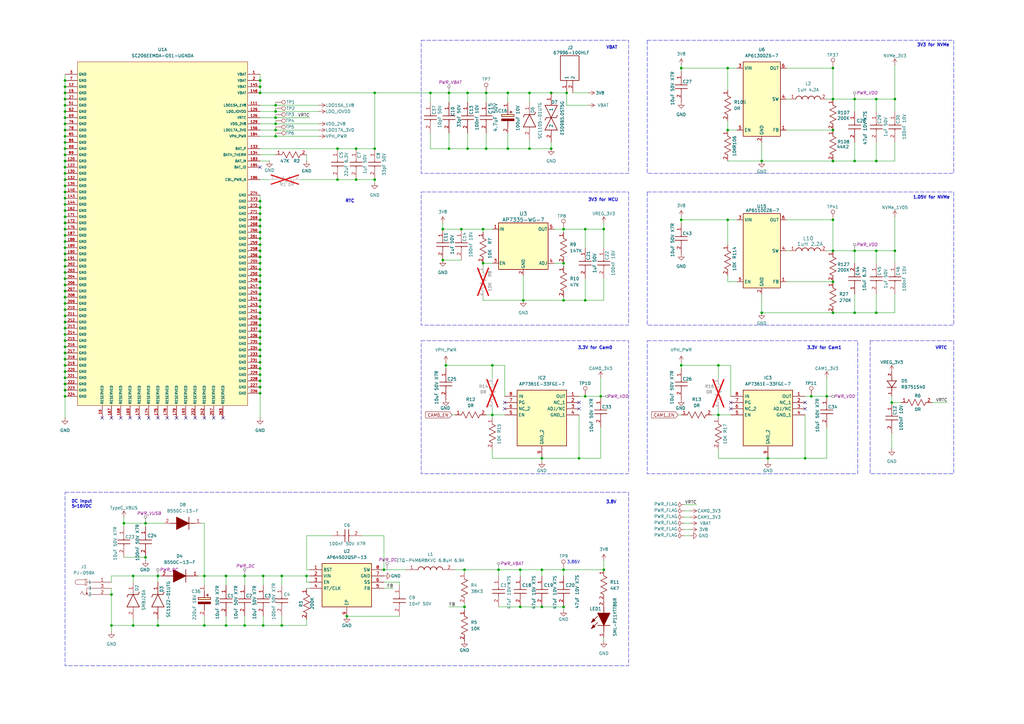
<source format=kicad_sch>
(kicad_sch (version 20250114) (generator "eeschema") (generator_version "9.0")
  (paper "A3")
  (title_block (title "Power") (date "2025-10-10") (rev "v1.0") (company "Author: Mehmet Cihangir") (comment 1 "CamTracker"))
  (lib_symbols
    (symbol "000MCLib:67996-100HLF"
      (property "Reference" "J" (at -5.334 5.588 0))
      (property "Value" "67996-100HLF" (at -5.334 -4.572 0))
      (symbol "67996-100HLF_1_1"
        (pin passive line (at -10.16 1.27 0) (length 5.08) (name "1") (number "1"))
        (pin passive line (at -10.16 -1.27 0) (length 5.08) (name "2") (number "2"))
      )
    )
    (symbol "000MCLib:74404024010" (pin_names (offset 0.254) (hide yes))
      (property "Reference" "L" (at 0 5.08 0))
      (property "Value" "1uH 2.2A" (at 0.762 2.794 0))
      (symbol "74404024010_1_1"
        (pin passive line (at -7.62 0 0) (length 2.54) (name "1") (number "1"))
        (pin passive line (at 7.62 0 180) (length 2.54) (name "2") (number "2"))
      )
      (symbol "74404024010_1_2"
        (pin unspecified line (at 0 15.24 270) (length 2.54) (name "1") (number "1"))
        (pin unspecified line (at 0 0 90) (length 2.54) (name "2") (number "2"))
      )
    )
    (symbol "000MCLib:A765KN227M1CLAE016" (pin_names (hide yes))
      (property "Reference" "C" (at 8.89 6.35 0))
      (property "Value" "220uF 16V" (at 8.89 3.81 0))
      (symbol "A765KN227M1CLAE016_1_1"
        (pin passive line (at 0 0 0) (length 2.54) (name "+") (number "1"))
        (pin passive line (at 12.7 0 180) (length 2.54) (name "-") (number "2"))
      )
    )
    (symbol "000MCLib:AF0402FR-0738K3L" (pin_names (offset 0.254))
      (property "Reference" "R" (at 0 3.302 0))
      (property "Value" "38K3" (at 0 -3.81 0))
      (symbol "AF0402FR-0738K3L_1_1"
        (pin passive line (at -6.35 0 0) (length 2.54) (name "") (number "2"))
        (pin passive line (at 6.35 0 180) (length 2.54) (name "") (number "1"))
      )
      (symbol "AF0402FR-0738K3L_1_2"
        (pin unspecified line (at 0 12.7 270) (length 2.54) (name "") (number "1"))
        (pin unspecified line (at 0 0 90) (length 2.54) (name "") (number "2"))
      )
    )
    (symbol "000MCLib:AP61100Z6-7"
      (property "Reference" "U" (at -7.874 17.272 0))
      (property "Value" "AP61100Z6-7" (at 1.27 -16.002 0))
      (symbol "AP61100Z6-7_1_1"
        (pin power_in line (at -10.16 12.7 0) (length 2.54) (name "VIN") (number "3"))
        (pin input line (at -10.16 -12.7 0) (length 2.54) (name "EN") (number "5"))
        (pin power_in line (at 0 -17.78 90) (length 2.54) (name "GND") (number "2"))
        (pin power_out line (at 10.16 12.7 180) (length 2.54) (name "OUT") (number "6"))
        (pin power_out line (at 10.16 0 180) (length 2.54) (name "SW") (number "4"))
        (pin input line (at 10.16 -12.7 180) (length 2.54) (name "FB") (number "1"))
      )
    )
    (symbol "000MCLib:AP61300Z6-7"
      (property "Reference" "U" (at -7.874 17.272 0))
      (property "Value" "AP61300Z6-7" (at 1.27 -16.002 0))
      (symbol "AP61300Z6-7_1_1"
        (pin power_in line (at -10.16 12.7 0) (length 2.54) (name "VIN") (number "3"))
        (pin input line (at -10.16 -12.7 0) (length 2.54) (name "EN") (number "5"))
        (pin power_in line (at 0 -17.78 90) (length 2.54) (name "GND") (number "2"))
        (pin power_out line (at 10.16 12.7 180) (length 2.54) (name "OUT") (number "6"))
        (pin power_out line (at 10.16 0 180) (length 2.54) (name "SW") (number "4"))
        (pin input line (at 10.16 -12.7 180) (length 2.54) (name "FB") (number "1"))
      )
    )
    (symbol "000MCLib:AP64502QSP-13"
      (property "Reference" "U" (at 26.67 7.62 0))
      (property "Value" "AP64502QSP-13" (at 26.67 5.08 0))
      (symbol "AP64502QSP-13_1_1"
        (pin passive line (at 0 0 0) (length 5.08) (name "BST") (number "1"))
        (pin passive line (at 0 -2.54 0) (length 5.08) (name "VIN") (number "2"))
        (pin passive line (at 0 -5.08 0) (length 5.08) (name "EN") (number "3"))
        (pin passive line (at 0 -7.62 0) (length 5.08) (name "RT/CLK") (number "4"))
        (pin passive line (at 15.24 -20.32 90) (length 5.08) (name "EP") (number "9"))
        (pin passive line (at 30.48 0 180) (length 5.08) (name "SW") (number "8"))
        (pin passive line (at 30.48 -2.54 180) (length 5.08) (name "GND") (number "7"))
        (pin passive line (at 30.48 -5.08 180) (length 5.08) (name "SS") (number "6"))
        (pin passive line (at 30.48 -7.62 180) (length 5.08) (name "FB") (number "5"))
      )
    )
    (symbol "000MCLib:AP7335-WG-7" (pin_names (offset 0.254))
      (property "Reference" "U" (at -9.398 10.16 0))
      (property "Value" "AP7335-WG-7" (at 9.398 -11.43 0))
      (symbol "AP7335-WG-7_1_1"
        (pin power_in line (at -12.7 6.35 0) (length 2.54) (name "IN") (number "1"))
        (pin input line (at -12.7 -7.62 0) (length 2.54) (name "EN") (number "3"))
        (pin power_in line (at 0 -12.7 90) (length 2.54) (name "GND") (number "2"))
        (pin power_out line (at 12.7 6.35 180) (length 2.54) (name "OUT") (number "5"))
        (pin bidirectional line (at 12.7 -7.62 180) (length 2.54) (name "ADJ") (number "4"))
      )
    )
    (symbol "000MCLib:AP7361E-33FGE-7"
      (property "Reference" "IC" (at 26.67 7.62 0))
      (property "Value" "AP7361E-33FGE-7" (at 26.67 5.08 0))
      (symbol "AP7361E-33FGE-7_1_1"
        (pin passive line (at 0 0 0) (length 5.08) (name "OUT") (number "1"))
        (pin passive line (at 0 -2.54 0) (length 5.08) (name "NC_1") (number "2"))
        (pin passive line (at 0 -5.08 0) (length 5.08) (name "ADJ/NC") (number "3"))
        (pin passive line (at 0 -7.62 0) (length 5.08) (name "GND_1") (number "4"))
        (pin passive line (at 15.24 -25.4 90) (length 5.08) (name "GND_2") (number "9"))
        (pin passive line (at 30.48 0 180) (length 5.08) (name "IN") (number "8"))
        (pin passive line (at 30.48 -2.54 180) (length 5.08) (name "PG") (number "7"))
        (pin passive line (at 30.48 -5.08 180) (length 5.08) (name "NC_2") (number "6"))
        (pin passive line (at 30.48 -7.62 180) (length 5.08) (name "EN") (number "5"))
      )
    )
    (symbol "000MCLib:B550C-13-F" (pin_names (hide yes))
      (property "Reference" "D" (at -0.762 4.826 0))
      (property "Value" "B550C-13-F" (at -6.096 -3.81 0))
      (symbol "B550C-13-F_1_1"
        (pin passive line (at -7.62 0 0) (length 2.54) (name "K") (number "1"))
        (pin passive line (at 7.62 0 180) (length 2.54) (name "A") (number "2"))
      )
    )
    (symbol "000MCLib:CGA6P1X7S1A476M250AC" (pin_names (hide yes))
      (property "Reference" "C" (at 6.096 6.604 0))
      (property "Value" "47uF 10V X7S" (at -0.254 4.318 0))
      (symbol "CGA6P1X7S1A476M250AC_1_1"
        (pin passive line (at 0 0 0) (length 5.08) (name "1") (number "1"))
        (pin passive line (at 12.7 0 180) (length 5.08) (name "2") (number "2"))
      )
    )
    (symbol "000MCLib:CL31B106KBK6PJE" (pin_names (hide yes))
      (property "Reference" "C" (at 5.08 6.096 0))
      (property "Value" "10uF 50V X7R" (at -0.254 3.81 0))
      (symbol "CL31B106KBK6PJE_1_1"
        (pin passive line (at 0 0 0) (length 5.08) (name "1") (number "1"))
        (pin passive line (at 12.7 0 180) (length 5.08) (name "2") (number "2"))
      )
    )
    (symbol "000MCLib:CRCW08050000Z0EA" (pin_names (hide yes))
      (property "Reference" "R130" (at -1.778 -3.302 0))
      (property "Value" "0R" (at 2.794 -3.302 0))
      (symbol "CRCW08050000Z0EA_1_1"
        (pin passive line (at -6.35 0 0) (length 2.54) (name "") (number "2"))
        (pin passive line (at 6.35 0 180) (length 2.54) (name "") (number "1"))
      )
    )
    (symbol "000MCLib:ESD9B5.0ST5G" (pin_names (offset 1.016))
      (property "Reference" "D" (at -0.762 3.556 0))
      (property "Value" "ESD9B5.0ST5G" (at -6.35 -5.08 0))
      (symbol "ESD9B5.0ST5G_1_1"
        (pin passive line (at -10.16 0 0) (length 5.08) (name "1") (number "1"))
        (pin passive line (at 10.16 0 180) (length 5.08) (name "2") (number "2"))
      )
    )
    (symbol "000MCLib:ETQ-P4M6R8KVC" (pin_names (hide yes))
      (property "Reference" "L" (at 9.906 5.588 0))
      (property "Value" "ETQ-P4M6R8KVC 6.8uH 6.9A" (at -4.318 3.556 0))
      (symbol "ETQ-P4M6R8KVC_1_1"
        (pin passive line (at 0 0 0) (length 5.08) (name "1") (number "1"))
        (pin passive line (at 20.32 0 180) (length 5.08) (name "2") (number "2"))
      )
    )
    (symbol "000MCLib:GRM1555C1H100JA01D" (pin_names (hide yes))
      (property "Reference" "C" (at -0.762 5.334 0))
      (property "Value" "10pF 50V" (at -5.08 -3.302 0))
      (symbol "GRM1555C1H100JA01D_1_1"
        (pin passive line (at -6.35 0 0) (length 5.08) (name "1") (number "1"))
        (pin passive line (at 6.35 0 180) (length 5.08) (name "2") (number "2"))
      )
    )
    (symbol "000MCLib:GRM1555C1H330JA01D" (pin_names (hide yes))
      (property "Reference" "C" (at -0.508 4.826 0))
      (property "Value" "33pF 50V" (at -4.318 -3.048 0))
      (symbol "GRM1555C1H330JA01D_1_1"
        (pin passive line (at -6.35 0 0) (length 5.08) (name "1") (number "1"))
        (pin passive line (at 6.35 0 180) (length 5.08) (name "2") (number "2"))
      )
    )
    (symbol "000MCLib:GRM155R60J106ME15D" (pin_names (hide yes))
      (property "Reference" "C" (at -0.762 5.08 0))
      (property "Value" "10uF 6.3V" (at -4.826 -3.048 0))
      (symbol "GRM155R60J106ME15D_1_1"
        (pin passive line (at -6.35 0 0) (length 5.08) (name "1") (number "1"))
        (pin passive line (at 6.35 0 180) (length 5.08) (name "2") (number "2"))
      )
    )
    (symbol "000MCLib:GRM155R61H105KE05D" (pin_names (hide yes))
      (property "Reference" "C" (at -0.762 4.572 0))
      (property "Value" "1uF 50V" (at -4.064 -2.794 0))
      (symbol "GRM155R61H105KE05D_1_1"
        (pin passive line (at -6.35 0 0) (length 5.08) (name "1") (number "1"))
        (pin passive line (at 6.35 0 180) (length 5.08) (name "2") (number "2"))
      )
    )
    (symbol "000MCLib:GRM155R71A104KA01D" (pin_names (hide yes))
      (property "Reference" "C" (at -1.016 4.318 0))
      (property "Value" "100nF 10V" (at -4.826 -3.048 0))
      (symbol "GRM155R71A104KA01D_1_1"
        (pin passive line (at -6.35 0 0) (length 5.08) (name "1") (number "1"))
        (pin passive line (at 6.35 0 180) (length 5.08) (name "2") (number "2"))
      )
    )
    (symbol "000MCLib:GRM155R71H103KA88D" (pin_names (hide yes))
      (property "Reference" "C" (at -1.016 4.318 0))
      (property "Value" "10nF 50V" (at -4.826 -3.048 0))
      (symbol "GRM155R71H103KA88D_1_1"
        (pin passive line (at -6.35 0 0) (length 5.08) (name "1") (number "1"))
        (pin passive line (at 6.35 0 180) (length 5.08) (name "2") (number "2"))
      )
    )
    (symbol "000MCLib:GRM158R60J226ME01D" (pin_names (hide yes))
      (property "Reference" "C" (at -0.762 4.572 0))
      (property "Value" "22uF 6.3V" (at -4.064 -2.794 0))
      (symbol "GRM158R60J226ME01D_1_1"
        (pin passive line (at -6.35 0 0) (length 5.08) (name "1") (number "1"))
        (pin passive line (at 6.35 0 180) (length 5.08) (name "2") (number "2"))
      )
    )
    (symbol "000MCLib:LSEUC3225HKT1R0M" (pin_names (hide yes))
      (property "Reference" "L" (at 16.51 6.35 0))
      (property "Value" "1uH 4.2A" (at 16.51 3.81 0))
      (symbol "LSEUC3225HKT1R0M_1_1"
        (pin passive line (at 2.54 0 0) (length 2.54) (name "1") (number "1"))
        (pin passive line (at 17.78 0 180) (length 2.54) (name "2") (number "2"))
      )
    )
    (symbol "000MCLib:PJ-059A"
      (property "Reference" "J" (at -0.762 6.096 0))
      (property "Value" "PJ-059A" (at -3.81 -3.81 0))
      (symbol "PJ-059A_1_1"
        (pin passive line (at 6.35 2.54 180) (length 7.62) (name "1") (number "1"))
        (pin passive line (at 6.35 0 180) (length 7.62) (name "3") (number "3"))
        (pin passive line (at 6.35 -2.54 180) (length 7.62) (name "2") (number "2"))
      )
    )
    (symbol "000MCLib:RB751S40" (pin_names (offset 1.016))
      (property "Reference" "D" (at -2.541 2.541 0))
      (property "Value" "RB751S40" (at -2.544 -5.0881 0))
      (symbol "RB751S40_0_0"
        (pin passive line (at -5.08 0 0) (length 2.54) (name "~") (number "1"))
        (pin passive line (at 5.08 0 180) (length 2.54) (name "~") (number "2"))
      )
    )
    (symbol "000MCLib:RC0402FR-07147KL" (pin_names (offset 0.254))
      (property "Reference" "R" (at 0 3.302 0))
      (property "Value" "147K" (at 0 -3.81 0))
      (symbol "RC0402FR-07147KL_1_1"
        (pin passive line (at -6.35 0 0) (length 2.54) (name "") (number "2"))
        (pin passive line (at 6.35 0 180) (length 2.54) (name "") (number "1"))
      )
      (symbol "RC0402FR-07147KL_1_2"
        (pin unspecified line (at 0 12.7 270) (length 2.54) (name "") (number "1"))
        (pin unspecified line (at 0 0 90) (length 2.54) (name "") (number "2"))
      )
    )
    (symbol "000MCLib:RC0402FR-07200KL" (pin_names (offset 0.254))
      (property "Reference" "R" (at 0 3.302 0))
      (property "Value" "200K" (at 0 -3.81 0))
      (symbol "RC0402FR-07200KL_1_1"
        (pin passive line (at -6.35 0 0) (length 2.54) (name "") (number "2"))
        (pin passive line (at 6.35 0 180) (length 2.54) (name "") (number "1"))
      )
      (symbol "RC0402FR-07200KL_1_2"
        (pin unspecified line (at 0 12.7 270) (length 2.54) (name "") (number "1"))
        (pin unspecified line (at 0 0 90) (length 2.54) (name "") (number "2"))
      )
    )
    (symbol "000MCLib:RC0402FR-07270KL" (pin_names (offset 0.254))
      (property "Reference" "R15" (at 4.318 -2.54 0))
      (property "Value" "270K" (at -2.794 -2.54 0))
      (symbol "RC0402FR-07270KL_1_1"
        (pin passive line (at -6.35 0 0) (length 2.54) (name "") (number "2"))
        (pin passive line (at 6.35 0 180) (length 2.54) (name "") (number "1"))
      )
      (symbol "RC0402FR-07270KL_1_2"
        (pin unspecified line (at 0 12.7 270) (length 2.54) (name "") (number "1"))
        (pin unspecified line (at 0 0 90) (length 2.54) (name "") (number "2"))
      )
    )
    (symbol "000MCLib:RC0402FR-0744K2L" (pin_names (offset 0.254))
      (property "Reference" "R" (at 0 3.302 0))
      (property "Value" "44K2" (at 0 -3.81 0))
      (symbol "RC0402FR-0744K2L_1_1"
        (pin passive line (at -6.35 0 0) (length 2.54) (name "") (number "2"))
        (pin passive line (at 6.35 0 180) (length 2.54) (name "") (number "1"))
      )
      (symbol "RC0402FR-0744K2L_1_2"
        (pin unspecified line (at 0 12.7 270) (length 2.54) (name "") (number "1"))
        (pin unspecified line (at 0 0 90) (length 2.54) (name "") (number "2"))
      )
    )
    (symbol "000MCLib:RC0402JR-070RL" (pin_names (offset 0.254))
      (property "Reference" "R" (at 0 3.302 0))
      (property "Value" "0R" (at 0 -3.81 0))
      (symbol "RC0402JR-070RL_1_1"
        (pin passive line (at -6.35 0 0) (length 2.54) (name "") (number "2"))
        (pin passive line (at 6.35 0 180) (length 2.54) (name "") (number "1"))
      )
      (symbol "RC0402JR-070RL_1_2"
        (pin unspecified line (at 0 12.7 270) (length 2.54) (name "") (number "1"))
        (pin unspecified line (at 0 0 90) (length 2.54) (name "") (number "2"))
      )
    )
    (symbol "000MCLib:RC0402JR-0710KL" (pin_names (offset 0.254))
      (property "Reference" "R" (at 0 3.302 0))
      (property "Value" "10K" (at 0 -3.81 0))
      (symbol "RC0402JR-0710KL_1_1"
        (pin passive line (at -6.35 0 0) (length 2.54) (name "") (number "2"))
        (pin passive line (at 6.35 0 180) (length 2.54) (name "") (number "1"))
      )
      (symbol "RC0402JR-0710KL_1_2"
        (pin unspecified line (at 0 12.7 270) (length 2.54) (name "") (number "1"))
        (pin unspecified line (at 0 0 90) (length 2.54) (name "") (number "2"))
      )
    )
    (symbol "000MCLib:RC0402JR-0747KL" (pin_names (offset 0.254))
      (property "Reference" "R" (at 0 3.302 0))
      (property "Value" "47K" (at 0 -3.81 0))
      (symbol "RC0402JR-0747KL_1_1"
        (pin passive line (at -6.35 0 0) (length 2.54) (name "") (number "2"))
        (pin passive line (at 6.35 0 180) (length 2.54) (name "") (number "1"))
      )
      (symbol "RC0402JR-0747KL_1_2"
        (pin unspecified line (at 0 12.7 270) (length 2.54) (name "") (number "1"))
        (pin unspecified line (at 0 0 90) (length 2.54) (name "") (number "2"))
      )
    )
    (symbol "000MCLib:RC0402JR-074K7L" (pin_names (offset 0.254))
      (property "Reference" "R" (at 0 3.302 0))
      (property "Value" "4K7" (at 0 -3.81 0))
      (symbol "RC0402JR-074K7L_1_1"
        (pin passive line (at -6.35 0 0) (length 2.54) (name "") (number "2"))
        (pin passive line (at 6.35 0 180) (length 2.54) (name "") (number "1"))
      )
      (symbol "RC0402JR-074K7L_1_2"
        (pin unspecified line (at 0 12.7 270) (length 2.54) (name "") (number "1"))
        (pin unspecified line (at 0 0 90) (length 2.54) (name "") (number "2"))
      )
    )
    (symbol "000MCLib:SC1105-01UTG" (pin_names (hide yes))
      (property "Reference" "D" (at -0.762 3.048 0))
      (property "Value" "SC1105-01UTG" (at -7.112 -4.826 0))
      (symbol "SC1105-01UTG_1_1"
        (pin passive line (at -7.62 0 0) (length 5.08) (name "K") (number "1"))
        (pin passive line (at 7.62 0 180) (length 5.08) (name "A") (number "2"))
      )
    )
    (symbol "000MCLib:SC1122-01UTG" (pin_names (hide yes))
      (property "Reference" "D" (at -0.762 3.048 0))
      (property "Value" "SC1122-01UTG" (at -7.112 -4.826 0))
      (symbol "SC1122-01UTG_1_1"
        (pin passive line (at -7.62 0 0) (length 5.08) (name "K") (number "1"))
        (pin passive line (at 7.62 0 180) (length 5.08) (name "A") (number "2"))
      )
    )
    (symbol "000MCLib:SC200E"
      (property "Reference" "U" (at -34.544 72.644 0))
      (property "Value" "SC200E/SC206E" (at 39.116 -77.089 0))
      (symbol "SC200E_1_0"
        (unit_name "Power")
        (pin passive line (at -40.64 64.77 0) (length 5.08) (name "GND") (number "3"))
        (pin passive line (at -40.64 62.23 0) (length 5.08) (name "GND") (number "7"))
        (pin passive line (at -40.64 59.69 0) (length 5.08) (name "GND") (number "12"))
        (pin passive line (at -40.64 57.15 0) (length 5.08) (name "GND") (number "15"))
        (pin passive line (at -40.64 54.61 0) (length 5.08) (name "GND") (number "27"))
        (pin passive line (at -40.64 52.07 0) (length 5.08) (name "GND") (number "51"))
        (pin passive line (at -40.64 49.53 0) (length 5.08) (name "GND") (number "62"))
        (pin passive line (at -40.64 46.99 0) (length 5.08) (name "GND") (number "69"))
        (pin passive line (at -40.64 44.45 0) (length 5.08) (name "GND") (number "76"))
        (pin passive line (at -40.64 41.91 0) (length 5.08) (name "GND") (number "78"))
        (pin passive line (at -40.64 39.37 0) (length 5.08) (name "GND") (number "85"))
        (pin passive line (at -40.64 36.83 0) (length 5.08) (name "GND") (number "86"))
        (pin passive line (at -40.64 34.29 0) (length 5.08) (name "GND") (number "88"))
        (pin passive line (at -40.64 31.75 0) (length 5.08) (name "GND") (number "89"))
        (pin passive line (at -40.64 29.21 0) (length 5.08) (name "GND") (number "120"))
        (pin passive line (at -40.64 26.67 0) (length 5.08) (name "GND") (number "122"))
        (pin passive line (at -40.64 24.13 0) (length 5.08) (name "GND") (number "130"))
        (pin passive line (at -40.64 21.59 0) (length 5.08) (name "GND") (number "132"))
        (pin passive line (at -40.64 19.05 0) (length 5.08) (name "GND") (number "135"))
        (pin passive line (at -40.64 16.51 0) (length 5.08) (name "GND") (number "140"))
        (pin passive line (at -40.64 13.97 0) (length 5.08) (name "GND") (number "143"))
        (pin passive line (at -40.64 11.43 0) (length 5.08) (name "GND") (number "144"))
        (pin passive line (at -40.64 8.89 0) (length 5.08) (name "GND") (number "162"))
        (pin passive line (at -40.64 6.35 0) (length 5.08) (name "GND") (number "171"))
        (pin passive line (at -40.64 3.81 0) (length 5.08) (name "GND") (number "172"))
        (pin passive line (at -40.64 1.27 0) (length 5.08) (name "GND") (number "176"))
        (pin passive line (at -40.64 -1.27 0) (length 5.08) (name "GND") (number "187"))
        (pin passive line (at -40.64 -3.81 0) (length 5.08) (name "GND") (number "188"))
        (pin passive line (at -40.64 -6.35 0) (length 5.08) (name "GND") (number "189"))
        (pin passive line (at -40.64 -8.89 0) (length 5.08) (name "GND") (number "190"))
        (pin passive line (at -40.64 -11.43 0) (length 5.08) (name "GND") (number "191"))
        (pin passive line (at -40.64 -13.97 0) (length 5.08) (name "GND") (number "202"))
        (pin passive line (at -40.64 -16.51 0) (length 5.08) (name "GND") (number "203"))
        (pin passive line (at -40.64 -19.05 0) (length 5.08) (name "GND") (number "204"))
        (pin passive line (at -40.64 -21.59 0) (length 5.08) (name "GND") (number "206"))
        (pin passive line (at -40.64 -24.13 0) (length 5.08) (name "GND") (number "207"))
        (pin passive line (at -40.64 -26.67 0) (length 5.08) (name "GND") (number "208"))
        (pin passive line (at -40.64 -29.21 0) (length 5.08) (name "GND") (number "209"))
        (pin passive line (at -40.64 -31.75 0) (length 5.08) (name "GND") (number "210"))
        (pin passive line (at -40.64 -34.29 0) (length 5.08) (name "GND") (number "211"))
        (pin passive line (at -40.64 -36.83 0) (length 5.08) (name "GND") (number "212"))
        (pin passive line (at -40.64 -39.37 0) (length 5.08) (name "GND") (number "213"))
        (pin passive line (at -40.64 -41.91 0) (length 5.08) (name "GND") (number "214"))
        (pin passive line (at -40.64 -44.45 0) (length 5.08) (name "GND") (number "215"))
        (pin passive line (at -40.64 -46.99 0) (length 5.08) (name "GND") (number "216"))
        (pin passive line (at -40.64 -49.53 0) (length 5.08) (name "GND") (number "217"))
        (pin passive line (at -40.64 -52.07 0) (length 5.08) (name "GND") (number "218"))
        (pin passive line (at -40.64 -54.61 0) (length 5.08) (name "GND") (number "219"))
        (pin passive line (at -40.64 -57.15 0) (length 5.08) (name "GND") (number "220"))
        (pin passive line (at -40.64 -59.69 0) (length 5.08) (name "GND") (number "221"))
        (pin passive line (at -40.64 -62.23 0) (length 5.08) (name "GND") (number "222"))
        (pin passive line (at -40.64 -64.77 0) (length 5.08) (name "GND") (number "223"))
        (pin passive line (at -40.64 -67.31 0) (length 5.08) (name "GND") (number "224"))
        (pin passive line (at -25.4 -76.2 90) (length 5.08) (name "RESERVED") (number "16"))
        (pin passive line (at -21.59 -76.2 90) (length 5.08) (name "RESERVED") (number "167"))
        (pin passive line (at -17.78 -76.2 90) (length 5.08) (name "RESERVED") (number "168"))
        (pin passive line (at -13.97 -76.2 90) (length 5.08) (name "RESERVED") (number "169"))
        (pin passive line (at -10.16 -76.2 90) (length 5.08) (name "RESERVED") (number "170"))
        (pin passive line (at -6.35 -76.2 90) (length 5.08) (name "RESERVED") (number "174"))
        (pin passive line (at -2.54 -76.2 90) (length 5.08) (name "RESERVED") (number "175"))
        (pin passive line (at 1.27 -76.2 90) (length 5.08) (name "RESERVED") (number "178"))
        (pin passive line (at 5.08 -76.2 90) (length 5.08) (name "RESERVED") (number "179"))
        (pin passive line (at 8.89 -76.2 90) (length 5.08) (name "RESERVED") (number "193"))
        (pin passive line (at 12.7 -76.2 90) (length 5.08) (name "RESERVED") (number "232"))
        (pin passive line (at 16.51 -76.2 90) (length 5.08) (name "RESERVED") (number "242"))
        (pin passive line (at 20.32 -76.2 90) (length 5.08) (name "RESERVED") (number "257"))
        (pin passive line (at 24.13 -76.2 90) (length 5.08) (name "RESERVED") (number "263"))
        (pin power_in line (at 39.37 64.77 180) (length 5.08) (name "VBAT") (number "1"))
        (pin power_in line (at 39.37 62.23 180) (length 5.08) (name "VBAT") (number "2"))
        (pin power_in line (at 39.37 59.69 180) (length 5.08) (name "VBAT") (number "145"))
        (pin power_in line (at 39.37 57.15 180) (length 5.08) (name "VBAT") (number "146"))
        (pin power_out line (at 39.37 52.07 180) (length 5.08) (name "LDO15A_1V8") (number "111"))
        (pin power_out line (at 39.37 49.53 180) (length 5.08) (name "LDO_IOVDD") (number "125"))
        (pin power_in line (at 39.37 46.99 180) (length 5.08) (name "VRTC") (number "126"))
        (pin power_out line (at 39.37 44.45 180) (length 5.08) (name "VDD_2V8") (number "129"))
        (pin power_out line (at 39.37 41.91 180) (length 5.08) (name "LDO17A_3V0") (number "156"))
        (pin power_out line (at 39.37 39.37 180) (length 5.08) (name "VPH_PWR") (number "184"))
        (pin passive line (at 39.37 34.29 180) (length 5.08) (name "BAT_P") (number "133"))
        (pin input line (at 39.37 31.75 180) (length 5.08) (name "BATH_THERM") (number "134"))
        (pin passive line (at 39.37 29.21 180) (length 5.08) (name "BAT_M") (number "183"))
        (pin input line (at 39.37 26.67 180) (length 5.08) (name "BAT_ID") (number "185"))
        (pin passive line (at 39.37 21.59 180) (length 5.08) (name "CBL_PWR_N") (number "186"))
        (pin passive line (at 39.37 15.24 180) (length 5.08) (name "GND") (number "274"))
        (pin passive line (at 39.37 12.7 180) (length 5.08) (name "GND") (number "273"))
        (pin passive line (at 39.37 10.16 180) (length 5.08) (name "GND") (number "272"))
        (pin passive line (at 39.37 7.62 180) (length 5.08) (name "GND") (number "271"))
        (pin passive line (at 39.37 5.08 180) (length 5.08) (name "GND") (number "269"))
        (pin passive line (at 39.37 2.54 180) (length 5.08) (name "GND") (number "268"))
        (pin passive line (at 39.37 0 180) (length 5.08) (name "GND") (number "266"))
        (pin passive line (at 39.37 -2.54 180) (length 5.08) (name "GND") (number "261"))
        (pin passive line (at 39.37 -5.08 180) (length 5.08) (name "GND") (number "259"))
        (pin passive line (at 39.37 -7.62 180) (length 5.08) (name "GND") (number "258"))
        (pin passive line (at 39.37 -10.16 180) (length 5.08) (name "GND") (number "256"))
        (pin passive line (at 39.37 -12.7 180) (length 5.08) (name "GND") (number "255"))
        (pin passive line (at 39.37 -15.24 180) (length 5.08) (name "GND") (number "251"))
        (pin passive line (at 39.37 -17.78 180) (length 5.08) (name "GND") (number "250"))
        (pin passive line (at 39.37 -20.32 180) (length 5.08) (name "GND") (number "248"))
        (pin passive line (at 39.37 -22.86 180) (length 5.08) (name "GND") (number "247"))
        (pin passive line (at 39.37 -25.4 180) (length 5.08) (name "GND") (number "245"))
        (pin passive line (at 39.37 -27.94 180) (length 5.08) (name "GND") (number "244"))
        (pin passive line (at 39.37 -30.48 180) (length 5.08) (name "GND") (number "243"))
        (pin passive line (at 39.37 -33.02 180) (length 5.08) (name "GND") (number "241"))
        (pin passive line (at 39.37 -35.56 180) (length 5.08) (name "GND") (number "240"))
        (pin passive line (at 39.37 -38.1 180) (length 5.08) (name "GND") (number "238"))
        (pin passive line (at 39.37 -40.64 180) (length 5.08) (name "GND") (number "237"))
        (pin passive line (at 39.37 -43.18 180) (length 5.08) (name "GND") (number "236"))
        (pin passive line (at 39.37 -45.72 180) (length 5.08) (name "GND") (number "235"))
        (pin passive line (at 39.37 -48.26 180) (length 5.08) (name "GND") (number "234"))
        (pin passive line (at 39.37 -50.8 180) (length 5.08) (name "GND") (number "233"))
        (pin passive line (at 39.37 -53.34 180) (length 5.08) (name "GND") (number "231"))
        (pin passive line (at 39.37 -55.88 180) (length 5.08) (name "GND") (number "230"))
        (pin passive line (at 39.37 -58.42 180) (length 5.08) (name "GND") (number "229"))
        (pin passive line (at 39.37 -60.96 180) (length 5.08) (name "GND") (number "228"))
        (pin passive line (at 39.37 -63.5 180) (length 5.08) (name "GND") (number "227"))
        (pin passive line (at 39.37 -66.04 180) (length 5.08) (name "GND") (number "226"))
      )
      (symbol "SC200E_1_1"
        (unit_name "Power")
      )
      (symbol "SC200E_2_1"
        (unit_name "Display")
        (pin passive line (at 12.7 31.75 180) (length 5.08) (name "LCD_RST") (number "49"))
        (pin passive line (at 12.7 27.94 180) (length 5.08) (name "LCD_TE") (number "50"))
        (pin passive line (at 12.7 24.13 180) (length 5.08) (name "DSI_CLK_N") (number "52"))
        (pin passive line (at 12.7 20.32 180) (length 5.08) (name "DSI_CLK_P") (number "53"))
        (pin passive line (at 12.7 16.51 180) (length 5.08) (name "DSI_LN0_N") (number "54"))
        (pin passive line (at 12.7 12.7 180) (length 5.08) (name "DSI_LN0_P") (number "55"))
        (pin passive line (at 12.7 8.89 180) (length 5.08) (name "DSI_LN1_N") (number "56"))
        (pin passive line (at 12.7 5.08 180) (length 5.08) (name "DSI_LN1_P") (number "57"))
        (pin passive line (at 12.7 1.27 180) (length 5.08) (name "DSI_LN2_N") (number "58"))
        (pin passive line (at 12.7 -2.54 180) (length 5.08) (name "DSI_LN2_P") (number "59"))
        (pin passive line (at 12.7 -6.35 180) (length 5.08) (name "DSI_LN3_N") (number "60"))
        (pin passive line (at 12.7 -10.16 180) (length 5.08) (name "DSI_LN3_P") (number "61"))
        (pin passive line (at 12.7 -13.97 180) (length 5.08) (name "TP_RST") (number "31"))
        (pin passive line (at 12.7 -17.78 180) (length 5.08) (name "TP_INT") (number "30"))
        (pin passive line (at 12.7 -21.59 180) (length 5.08) (name "TP_I2C_SCL") (number "47"))
        (pin passive line (at 12.7 -25.4 180) (length 5.08) (name "TP_I2C_SDA") (number "48"))
        (pin passive line (at 12.7 -29.21 180) (length 5.08) (name "DSI_PWM") (number "29"))
      )
      (symbol "SC200E_3_0"
        (unit_name "Cameras")
        (pin passive line (at 16.51 69.85 180) (length 5.08) (name "CSI0_CLK_N") (number "157"))
        (pin passive line (at 16.51 66.04 180) (length 5.08) (name "CSI0_CLK_P") (number "196"))
        (pin passive line (at 16.51 59.69 180) (length 5.08) (name "CSI0_LN0_N") (number "158"))
        (pin passive line (at 16.51 55.88 180) (length 5.08) (name "CSI0_LN0_P") (number "197"))
        (pin passive line (at 16.51 49.53 180) (length 5.08) (name "CSI0_LN1_N") (number "159"))
        (pin passive line (at 16.51 45.72 180) (length 5.08) (name "CSI0_LN1_P") (number "198"))
        (pin passive line (at 16.51 39.37 180) (length 5.08) (name "CSI0_LN2_N") (number "160"))
        (pin passive line (at 16.51 35.56 180) (length 5.08) (name "CSI0_LN2_P") (number "199"))
        (pin passive line (at 16.51 29.21 180) (length 5.08) (name "CSI0_LN3_N") (number "161"))
        (pin passive line (at 16.51 25.4 180) (length 5.08) (name "CSI0_LN3_P") (number "200"))
        (pin passive line (at 16.51 19.05 180) (length 5.08) (name "CAM0_I2C_SCL") (number "83"))
        (pin passive line (at 16.51 15.24 180) (length 5.08) (name "CAM0_I2C_SDA") (number "84"))
        (pin passive line (at 16.51 11.43 180) (length 5.08) (name "CAM0_PWDN") (number "80"))
        (pin passive line (at 16.51 7.62 180) (length 5.08) (name "CAM0_MCLK") (number "74"))
        (pin passive line (at 16.51 3.81 180) (length 5.08) (name "CAM0_RST") (number "79"))
        (pin passive line (at 16.51 -5.08 180) (length 5.08) (name "CSI1_CLK_N") (number "63"))
        (pin passive line (at 16.51 -8.89 180) (length 5.08) (name "CSI1_CLK_P") (number "64"))
        (pin passive line (at 16.51 -15.24 180) (length 5.08) (name "CSI1_LN0_N") (number "65"))
        (pin passive line (at 16.51 -19.05 180) (length 5.08) (name "CSI1_LN0_P") (number "66"))
        (pin passive line (at 16.51 -25.4 180) (length 5.08) (name "CSI1_LN1_N") (number "67"))
        (pin passive line (at 16.51 -29.21 180) (length 5.08) (name "CSI1_LN1_P") (number "68"))
        (pin passive line (at 16.51 -35.56 180) (length 5.08) (name "CSI1_LN2_N") (number "72"))
        (pin passive line (at 16.51 -39.37 180) (length 5.08) (name "CSI1_LN2_P") (number "73"))
        (pin passive line (at 16.51 -45.72 180) (length 5.08) (name "CSI1_LN3_N") (number "70"))
        (pin passive line (at 16.51 -49.53 180) (length 5.08) (name "CSI1_LN3_P") (number "71"))
        (pin passive line (at 16.51 -55.88 180) (length 5.08) (name "CAM1_I2C_SCL") (number "166"))
        (pin passive line (at 16.51 -59.69 180) (length 5.08) (name "CAM1_I2C_SDA") (number "205"))
        (pin passive line (at 16.51 -63.5 180) (length 5.08) (name "CAM1_PWDN") (number "82"))
        (pin passive line (at 16.51 -67.31 180) (length 5.08) (name "CAM1_MCLK") (number "75"))
        (pin passive line (at 16.51 -71.12 180) (length 5.08) (name "CAM1_RST") (number "81"))
        (pin passive line (at 16.51 -80.01 180) (length 5.08) (name "CAM2_PWDN") (number "163"))
        (pin passive line (at 16.51 -83.82 180) (length 5.08) (name "CAM2_RST") (number "164"))
        (pin passive line (at 16.51 -87.63 180) (length 5.08) (name "CAM2_MCLK") (number "165"))
      )
      (symbol "SC200E_3_1"
        (unit_name "Cameras")
      )
      (symbol "SC200E_4_0"
        (unit_name "Interfaces")
        (pin passive line (at 15.24 86.36 180) (length 5.08) (name "FLASH_LED") (number "180"))
        (pin passive line (at 15.24 82.55 180) (length 5.08) (name "CHG_LED") (number "195"))
        (pin passive line (at 15.24 77.47 180) (length 5.08) (name "VOL_UP") (number "95"))
        (pin passive line (at 15.24 73.66 180) (length 5.08) (name "VOL_DOWN") (number "96"))
        (pin passive line (at 15.24 69.85 180) (length 5.08) (name "PWRKEY") (number "114"))
        (pin passive line (at 15.24 66.04 180) (length 5.08) (name "RESET_N") (number "225"))
      )
      (symbol "SC200E_4_1"
        (unit_name "Interfaces")
        (text "ADC" (at -20.574 53.086 0) (effects (font (size 1.27 1.27))))
        (text "Sensor " (at -18.796 62.23 0) (effects (font (size 1.27 1.27))))
        (text "Keypad " (at -18.542 78.486 0) (effects (font (size 1.27 1.27))))
        (text "GPIO/SPI/I2C" (at -15.748 42.418 0) (effects (font (size 1.27 1.27))))
        (text "Vibration Driver" (at -14.986 48.006 0) (effects (font (size 1.27 1.27))))
        (text "Flash & Indication " (at -13.208 88.9 0) (effects (font (size 1.27 1.27))))
        (pin passive line (at 15.24 60.96 180) (length 5.08) (name "SENSOR_I2C_SCL") (number "91"))
        (pin passive line (at 15.24 57.15 180) (length 5.08) (name "SENSOR_I2C_SDA") (number "92"))
        (pin passive line (at 15.24 52.07 180) (length 5.08) (name "ADC") (number "128"))
        (pin passive line (at 15.24 46.99 180) (length 5.08) (name "VIB_DRV_P") (number "28"))
        (pin passive line (at 15.24 41.91 180) (length 5.08) (name "GPIO_28") (number "33"))
        (pin passive line (at 15.24 38.1 180) (length 5.08) (name "GPIO_31") (number "97"))
        (pin passive line (at 15.24 34.29 180) (length 5.08) (name "GPIO_32") (number "99"))
        (pin passive line (at 15.24 30.48 180) (length 5.08) (name "GPIO_33") (number "108"))
        (pin passive line (at 15.24 26.67 180) (length 5.08) (name "GPIO_34") (number "109"))
        (pin passive line (at 15.24 22.86 180) (length 5.08) (name "GPIO_35") (number "107"))
        (pin passive line (at 15.24 19.05 180) (length 5.08) (name "GPIO_36") (number "110"))
        (pin passive line (at 15.24 15.24 180) (length 5.08) (name "GPIO_55") (number "100"))
        (pin passive line (at 15.24 11.43 180) (length 5.08) (name "GPIO_56") (number "106"))
        (pin passive line (at 15.24 7.62 180) (length 5.08) (name "GPIO_57") (number "112"))
        (pin passive line (at 15.24 3.81 180) (length 5.08) (name "GPIO_58") (number "113"))
        (pin passive line (at 15.24 0 180) (length 5.08) (name "GPIO_60") (number "123"))
        (pin passive line (at 15.24 -3.81 180) (length 5.08) (name "GPIO_86") (number "182"))
        (pin passive line (at 15.24 -7.62 180) (length 5.08) (name "GPIO_112") (number "177"))
        (pin passive line (at 15.24 -11.43 180) (length 5.08) (name "GPIO_111") (number "267"))
        (pin passive line (at 15.24 -15.24 180) (length 5.08) (name "GPIO_98") (number "265"))
        (pin passive line (at 15.24 -19.05 180) (length 5.08) (name "GPIO_99") (number "105"))
        (pin passive line (at 15.24 -22.86 180) (length 5.08) (name "REAR_CAM_EN/GPIO_100") (number "264"))
        (pin passive line (at 15.24 -26.67 180) (length 5.08) (name "FRONT_CAM_EN/GPIO_101") (number "239"))
        (pin passive line (at 15.24 -30.48 180) (length 5.08) (name "GPIO_102") (number "104"))
        (pin passive line (at 15.24 -34.29 180) (length 5.08) (name "GPIO_103") (number "103"))
        (pin passive line (at 15.24 -38.1 180) (length 5.08) (name "GPIO_104") (number "101"))
        (pin passive line (at 15.24 -41.91 180) (length 5.08) (name "GPIO_105") (number "102"))
        (pin passive line (at 15.24 -45.72 180) (length 5.08) (name "GPIO_106") (number "90"))
        (pin passive line (at 15.24 -49.53 180) (length 5.08) (name "GPIO_107") (number "98"))
        (pin passive line (at 15.24 -53.34 180) (length 5.08) (name "SPI_MISO/GPIO_14") (number "118"))
        (pin passive line (at 15.24 -57.15 180) (length 5.08) (name "SPI_MOSI/GPIO_15") (number "119"))
        (pin passive line (at 15.24 -60.96 180) (length 5.08) (name "SPI_CLK/GPIO_16") (number "116"))
        (pin passive line (at 15.24 -64.77 180) (length 5.08) (name "SPI_CS_N/GPIO_17") (number "117"))
        (pin passive line (at 15.24 -68.58 180) (length 5.08) (name "PMU_GPIO03") (number "124"))
        (pin passive line (at 15.24 -72.39 180) (length 5.08) (name "PMU_GPIO04") (number "115"))
        (pin passive line (at 15.24 -76.2 180) (length 5.08) (name "PMU_GPIO08") (number "127"))
        (pin passive line (at 15.24 -80.01 180) (length 5.08) (name "PMU_GPIO07") (number "201"))
        (pin passive line (at 15.24 -83.82 180) (length 5.08) (name "NFC_CLK") (number "181"))
      )
      (symbol "SC200E_5_1"
        (unit_name "USB_UARTs")
        (pin passive line (at 15.24 48.26 180) (length 5.08) (name "USB_BOOT") (number "46"))
        (pin passive line (at 15.24 44.45 180) (length 5.08) (name "USB_VBUS") (number "141"))
        (pin passive line (at 15.24 40.64 180) (length 5.08) (name "USB_VBUS") (number "142"))
        (pin passive line (at 15.24 36.83 180) (length 5.08) (name "USB_CC1") (number "249"))
        (pin passive line (at 15.24 33.02 180) (length 5.08) (name "USB_CC2") (number "246"))
        (pin passive line (at 15.24 29.21 180) (length 5.08) (name "USB_DM") (number "13"))
        (pin passive line (at 15.24 25.4 180) (length 5.08) (name "USB_DP") (number "14"))
        (pin passive line (at 15.24 21.59 180) (length 5.08) (name "USB_SS1_RX_P") (number "252"))
        (pin passive line (at 15.24 17.78 180) (length 5.08) (name "USB_SS1_RX_M") (number "270"))
        (pin passive line (at 15.24 13.97 180) (length 5.08) (name "USB_SS1_TX_P") (number "254"))
        (pin passive line (at 15.24 10.16 180) (length 5.08) (name "USB_SS1_TX_M") (number "253"))
        (pin passive line (at 15.24 6.35 180) (length 5.08) (name "USB_SS2_RX_P") (number "152"))
        (pin passive line (at 15.24 2.54 180) (length 5.08) (name "USB_SS2_RX_M") (number "192"))
        (pin passive line (at 15.24 -1.27 180) (length 5.08) (name "USB_SS2_TX_P") (number "150"))
        (pin passive line (at 15.24 -5.08 180) (length 5.08) (name "USB_SS2_TX_M") (number "151"))
        (pin passive line (at 15.24 -12.7 180) (length 5.08) (name "UART0_TXD/GPIO_2") (number "34"))
        (pin passive line (at 15.24 -15.24 180) (length 5.08) (name "UART0_RXD/GPIO_3") (number "35"))
        (pin passive line (at 15.24 -17.78 180) (length 5.08) (name "UART0_CTS/I2C_SDA") (number "36"))
        (pin passive line (at 15.24 -20.32 180) (length 5.08) (name "UART0_RTS/I2C_SCL") (number "37"))
        (pin passive line (at 15.24 -33.02 180) (length 5.08) (name "UART1_TXD") (number "154"))
        (pin passive line (at 15.24 -35.56 180) (length 5.08) (name "UART1_RXD") (number "153"))
        (pin passive line (at 15.24 -44.45 180) (length 5.08) (name "DBG_UART4_TXD") (number "94"))
        (pin passive line (at 15.24 -46.99 180) (length 5.08) (name "DBG_UART4_RXD") (number "93"))
      )
      (symbol "SC200E_6_1"
        (unit_name "SIM_SD_Cards")
        (pin passive line (at 15.24 39.37 180) (length 5.08) (name "USIM1_DET") (number "22"))
        (pin passive line (at 15.24 34.29 180) (length 5.08) (name "USIM1_RST") (number "23"))
        (pin passive line (at 15.24 29.21 180) (length 5.08) (name "USIM1_CLK") (number "24"))
        (pin passive line (at 15.24 24.13 180) (length 5.08) (name "USIM1_DATA") (number "25"))
        (pin passive line (at 15.24 19.05 180) (length 5.08) (name "USIM1_VDD") (number "26"))
        (pin passive line (at 15.24 11.43 180) (length 5.08) (name "USIM2_DET") (number "17"))
        (pin passive line (at 15.24 6.35 180) (length 5.08) (name "USIM2_RST") (number "18"))
        (pin passive line (at 15.24 1.27 180) (length 5.08) (name "USIM2_CLK") (number "19"))
        (pin passive line (at 15.24 -3.81 180) (length 5.08) (name "USIM2_DATA") (number "20"))
        (pin passive line (at 15.24 -8.89 180) (length 5.08) (name "USIM2_VDD") (number "21"))
        (pin power_out line (at 15.24 -21.59 180) (length 5.08) (name "SD_LDO4") (number "32"))
        (pin power_out line (at 15.24 -25.4 180) (length 5.08) (name "SD_LDO21") (number "38"))
        (pin passive line (at 15.24 -29.21 180) (length 5.08) (name "SD_CLK") (number "39"))
        (pin passive line (at 15.24 -33.02 180) (length 5.08) (name "SD_CMD") (number "40"))
        (pin passive line (at 15.24 -36.83 180) (length 5.08) (name "SD_DATA0") (number "41"))
        (pin passive line (at 15.24 -40.64 180) (length 5.08) (name "SD_DATA1") (number "42"))
        (pin passive line (at 15.24 -44.45 180) (length 5.08) (name "SD_DATA2") (number "43"))
        (pin passive line (at 15.24 -48.26 180) (length 5.08) (name "SD_DATA3") (number "44"))
        (pin passive line (at 15.24 -52.07 180) (length 5.08) (name "SD_DET") (number "45"))
      )
      (symbol "SC200E_7_1"
        (unit_name "Antennas")
        (pin passive line (at 13.97 13.97 180) (length 5.08) (name "ANT_MAIN") (number "87"))
        (pin passive line (at 13.97 10.16 180) (length 5.08) (name "ANT_GNSS") (number "121"))
        (pin passive line (at 13.97 6.35 180) (length 5.08) (name "ANT_DRX") (number "131"))
        (pin passive line (at 13.97 2.54 180) (length 5.08) (name "ANT_WIFI/BT") (number "77"))
        (pin passive line (at 13.97 -1.27 180) (length 5.08) (name "GRFC_13") (number "173"))
        (pin passive line (at 13.97 -5.08 180) (length 5.08) (name "GRFC_14") (number "260"))
        (pin passive line (at 13.97 -8.89 180) (length 5.08) (name "GRFC_15") (number "262"))
        (pin passive line (at 13.97 -12.7 180) (length 5.08) (name "GNSS_LNA_EN") (number "194"))
      )
      (symbol "SC200E_8_1"
        (unit_name "Audio")
        (pin passive line (at 13.97 26.67 180) (length 5.08) (name "MIC_BIAS1") (number "147"))
        (pin passive line (at 13.97 22.86 180) (length 5.08) (name "MIC1_P") (number "4"))
        (pin passive line (at 13.97 19.05 180) (length 5.08) (name "MIC1_M") (number "5"))
        (pin passive line (at 13.97 15.24 180) (length 5.08) (name "MIC2_P") (number "6"))
        (pin passive line (at 13.97 11.43 180) (length 5.08) (name "MIC3_P") (number "148"))
        (pin passive line (at 13.97 7.62 180) (length 5.08) (name "MIC3_M") (number "149"))
        (pin passive line (at 13.97 3.81 180) (length 5.08) (name "MIC_BIAS3") (number "155"))
        (pin passive line (at 13.97 0 180) (length 5.08) (name "EAR_P") (number "8"))
        (pin passive line (at 13.97 -3.81 180) (length 5.08) (name "EAR_M") (number "9"))
        (pin passive line (at 13.97 -7.62 180) (length 5.08) (name "LINEOUT_P") (number "10"))
        (pin passive line (at 13.97 -11.43 180) (length 5.08) (name "LINEOUT_M") (number "11"))
        (pin passive line (at 13.97 -15.24 180) (length 5.08) (name "HPH_R") (number "136"))
        (pin passive line (at 13.97 -19.05 180) (length 5.08) (name "HPH_GND") (number "137"))
        (pin passive line (at 13.97 -22.86 180) (length 5.08) (name "HPH_L") (number "138"))
        (pin passive line (at 13.97 -26.67 180) (length 5.08) (name "HS_DET") (number "139"))
      )
    )
    (symbol "000MCLib:SMBJ20A" (pin_names (hide yes))
      (property "Reference" "D" (at 10.16 8.89 0))
      (property "Value" "SMBJ20A" (at 10.16 6.35 0))
      (symbol "SMBJ20A_1_1"
        (pin passive line (at 0 0 0) (length 5.08) (name "K") (number "1"))
        (pin passive line (at 15.24 0 180) (length 5.08) (name "A") (number "2"))
      )
    )
    (symbol "000MCLib:SML-P11YTT86R" (pin_names (hide yes))
      (property "Reference" "LED1" (at 4.064 5.588 90))
      (property "Value" "SML-P11YTT86R" (at 7.366 -3.81 0))
      (symbol "SML-P11YTT86R_1_1"
        (pin passive line (at -7.62 0 0) (length 2.54) (name "K") (number "1"))
        (pin passive line (at 7.62 0 180) (length 2.54) (name "A") (number "2"))
      )
    )
    (symbol "000MCLib:T495D107K010ATE080" (pin_names (hide yes))
      (property "Reference" "C" (at -0.762 4.826 0))
      (property "Value" "100uF 10V" (at -4.826 -3.048 0))
      (symbol "T495D107K010ATE080_1_1"
        (pin passive line (at -6.35 0 0) (length 2.54) (name "+") (number "1"))
        (pin passive line (at 6.35 0 180) (length 2.54) (name "-") (number "2"))
      )
    )
    (symbol "000MCLib:TestPoint" (pin_numbers (hide yes)) (pin_names (offset 0.762) (hide yes))
      (property "Reference" "TP" (at 0 6.858 0))
      (property "Value" "TestPoint" (at 0 5.08 0))
      (symbol "TestPoint_1_1"
        (pin passive line (at 0 0 90) (length 2.54) (name "1") (number "1"))
      )
    )
    (symbol "000MCLib:UMK105B7104KVHF" (pin_names (hide yes))
      (property "Reference" "C" (at -0.762 4.572 0))
      (property "Value" "100nF 50V X7R" (at -7.366 -3.302 0))
      (symbol "UMK105B7104KVHF_1_1"
        (pin passive line (at -6.35 0 0) (length 5.08) (name "1") (number "1"))
        (pin passive line (at 6.35 0 180) (length 5.08) (name "2") (number "2"))
      )
    )
    (symbol "000MCLib:UMK325BJ475MM-T" (pin_names (offset 0.254) (hide yes))
      (property "Reference" "C" (at 0 3.81 0))
      (property "Value" "4.7uF 50V" (at 0.508 -3.556 0))
      (symbol "UMK325BJ475MM-T_1_1"
        (pin passive line (at -6.35 0 0) (length 5.08) (name "1") (number "1"))
        (pin passive line (at 6.35 0 180) (length 5.08) (name "2") (number "2"))
      )
      (symbol "UMK325BJ475MM-T_1_2"
        (pin unspecified line (at 0 0 270) (length 2.54) (name "") (number "1"))
        (pin unspecified line (at 0 -7.62 90) (length 2.54) (name "") (number "2"))
      )
    )
    (symbol "power:GND" (power) (pin_numbers (hide yes)) (pin_names (offset 0) (hide yes))
      (property "Value" "GND" (at 0 -3.81 0))
      (symbol "GND_1_1"
        (pin power_in line (at 0 0 270) (length 0) (name "~") (number "1"))
      )
    )
    (symbol "power:PWR_FLAG" (power) (pin_numbers (hide yes)) (pin_names (offset 0) (hide yes))
      (property "Value" "PWR_FLAG" (at 0 3.81 0))
      (symbol "PWR_FLAG_0_0"
        (pin power_out line (at 0 0 90) (length 0) (name "~") (number "1"))
      )
    )
    (symbol "power:VDD" (power) (pin_numbers (hide yes)) (pin_names (offset 0) (hide yes))
      (property "Value" "VDD" (at 0 3.556 0))
      (symbol "VDD_1_1"
        (pin power_in line (at 0 0 90) (length 0) (name "~") (number "1"))
      )
    )
  )
  (rectangle (start 26.67 201.93) (end 257.81 273.05) (stroke (width 0) (type dash)))
  (rectangle (start 265.43 16.51) (end 391.16 71.12) (stroke (width 0) (type dash)))
  (rectangle (start 172.72 16.51) (end 257.81 71.12) (stroke (width 0) (type dash)))
  (rectangle (start 265.43 78.74) (end 391.16 133.35) (stroke (width 0) (type dash)))
  (rectangle (start 172.72 139.7) (end 257.81 194.31) (stroke (width 0) (type dash)))
  (rectangle (start 356.87 139.7) (end 391.16 194.31) (stroke (width 0) (type dash)))
  (rectangle (start 265.43 139.7) (end 351.79 194.31) (stroke (width 0) (type dash)))
  (rectangle (start 172.72 78.74) (end 257.81 133.35) (stroke (width 0) (type dash)))
  (text "3.3V for Cam0" (at 244.094 142.748 0) (effects (font (size 1.27 1.27) (bold yes))))
  (text "VBAT" (at 250.952 19.558 0) (effects (font (size 1.27 1.27) (bold yes))))
  (text "1.05V for NVMe\n" (at 382.016 81.026 0) (effects (font (size 1.27 1.27) (bold yes))))
  (text "3V3 for NVMe" (at 382.778 18.542 0) (effects (font (size 1.27 1.27) (bold yes))))
  (text "3V3 for MCU" (at 247.396 82.042 0) (effects (font (size 1.27 1.27) (bold yes))))
  (text "RTC" (at 143.51 82.55 0) (effects (font (size 1.27 1.27) (bold yes))))
  (text "3.8V" (at 250.698 205.994 0) (effects (font (size 1.27 1.27) (bold yes))))
  (text "DC Input\n5~16VDC" (at 33.528 206.756 0) (effects (font (size 1.27 1.27) (bold yes))))
  (text "3.3V for Cam1" (at 338.074 142.748 0) (effects (font (size 1.27 1.27) (bold yes))))
  (text "3.86V" (at 235.204 230.632 0) (effects (font (size 1.27 1.27))))
  (text "VRTC" (at 386.08 142.748 0) (effects (font (size 1.27 1.27) (bold yes))))
  (junction (at 26.67 68.58))
  (junction (at 298.45 27.94))
  (junction (at 106.68 143.51))
  (junction (at 231.14 123.19))
  (junction (at 190.5 248.92))
  (junction (at 341.63 128.27))
  (junction (at 226.06 38.1))
  (junction (at 113.03 55.88))
  (junction (at 198.12 93.98))
  (junction (at 45.72 256.54))
  (junction (at 153.67 38.1))
  (junction (at 247.65 93.98))
  (junction (at 201.93 170.18))
  (junction (at 106.68 95.25))
  (junction (at 26.67 45.72))
  (junction (at 279.4 90.17))
  (junction (at 341.63 90.17))
  (junction (at 106.68 138.43))
  (junction (at 64.77 256.54))
  (junction (at 332.74 162.56))
  (junction (at 26.67 88.9))
  (junction (at 189.23 93.98))
  (junction (at 107.95 256.54))
  (junction (at 359.41 102.87))
  (junction (at 339.09 162.56))
  (junction (at 113.03 50.8))
  (junction (at 279.4 27.94))
  (junction (at 204.47 233.68))
  (junction (at 125.73 236.22))
  (junction (at 213.36 233.68))
  (junction (at 106.68 87.63))
  (junction (at 26.67 104.14))
  (junction (at 240.03 123.19))
  (junction (at 365.76 165.1))
  (junction (at 157.48 233.68))
  (junction (at 26.67 63.5))
  (junction (at 106.68 140.97))
  (junction (at 198.12 107.95))
  (junction (at 26.67 127))
  (junction (at 222.25 187.96))
  (junction (at 26.67 134.62))
  (junction (at 113.03 53.34))
  (junction (at 106.68 153.67))
  (junction (at 106.68 33.02))
  (junction (at 106.68 148.59))
  (junction (at 341.63 53.34))
  (junction (at 106.68 130.81))
  (junction (at 208.28 38.1))
  (junction (at 54.61 256.54))
  (junction (at 314.96 187.96))
  (junction (at 298.45 53.34))
  (junction (at 146.05 73.66))
  (junction (at 26.67 50.8))
  (junction (at 226.06 60.96))
  (junction (at 26.67 71.12))
  (junction (at 26.67 101.6))
  (junction (at 294.64 149.86))
  (junction (at 26.67 149.86))
  (junction (at 367.03 40.64))
  (junction (at 106.68 120.65))
  (junction (at 26.67 129.54))
  (junction (at 106.68 35.56))
  (junction (at 106.68 123.19))
  (junction (at 115.57 256.54))
  (junction (at 213.36 248.92))
  (junction (at 106.68 38.1))
  (junction (at 26.67 33.02))
  (junction (at 26.67 78.74))
  (junction (at 26.67 154.94))
  (junction (at 191.77 38.1))
  (junction (at 26.67 86.36))
  (junction (at 26.67 114.3))
  (junction (at 54.61 236.22))
  (junction (at 199.39 60.96))
  (junction (at 153.67 73.66))
  (junction (at 231.14 93.98))
  (junction (at 92.71 236.22))
  (junction (at 201.93 149.86))
  (junction (at 106.68 113.03))
  (junction (at 106.68 135.89))
  (junction (at 26.67 35.56))
  (junction (at 106.68 115.57))
  (junction (at 26.67 96.52))
  (junction (at 184.15 60.96))
  (junction (at 26.67 121.92))
  (junction (at 26.67 48.26))
  (junction (at 240.03 93.98))
  (junction (at 113.03 45.72))
  (junction (at 26.67 162.56))
  (junction (at 107.95 236.22))
  (junction (at 26.67 144.78))
  (junction (at 26.67 81.28))
  (junction (at 106.68 90.17))
  (junction (at 359.41 40.64))
  (junction (at 231.14 233.68))
  (junction (at 231.14 107.95))
  (junction (at 59.69 214.63))
  (junction (at 26.67 66.04))
  (junction (at 100.33 256.54))
  (junction (at 92.71 256.54))
  (junction (at 26.67 106.68))
  (junction (at 26.67 157.48))
  (junction (at 106.68 151.13))
  (junction (at 26.67 40.64))
  (junction (at 26.67 76.2))
  (junction (at 298.45 90.17))
  (junction (at 294.64 170.18))
  (junction (at 350.52 40.64))
  (junction (at 26.67 73.66))
  (junction (at 106.68 133.35))
  (junction (at 26.67 116.84))
  (junction (at 232.41 38.1))
  (junction (at 106.68 107.95))
  (junction (at 142.24 252.73))
  (junction (at 214.63 123.19))
  (junction (at 115.57 236.22))
  (junction (at 106.68 161.29))
  (junction (at 26.67 38.1))
  (junction (at 26.67 160.02))
  (junction (at 26.67 152.4))
  (junction (at 106.68 92.71))
  (junction (at 367.03 102.87))
  (junction (at 106.68 105.41))
  (junction (at 26.67 109.22))
  (junction (at 106.68 125.73))
  (junction (at 217.17 60.96))
  (junction (at 26.67 139.7))
  (junction (at 26.67 53.34))
  (junction (at 181.61 106.68))
  (junction (at 191.77 60.96))
  (junction (at 312.42 66.04))
  (junction (at 247.65 233.68))
  (junction (at 237.49 187.96))
  (junction (at 341.63 66.04))
  (junction (at 138.43 60.96))
  (junction (at 26.67 137.16))
  (junction (at 359.41 128.27))
  (junction (at 83.82 256.54))
  (junction (at 341.63 40.64))
  (junction (at 359.41 66.04))
  (junction (at 26.67 58.42))
  (junction (at 312.42 128.27))
  (junction (at 341.63 115.57))
  (junction (at 181.61 93.98))
  (junction (at 350.52 128.27))
  (junction (at 182.88 149.86))
  (junction (at 113.03 48.26))
  (junction (at 45.72 243.84))
  (junction (at 222.25 233.68))
  (junction (at 106.68 100.33))
  (junction (at 106.68 118.11))
  (junction (at 153.67 60.96))
  (junction (at 26.67 93.98))
  (junction (at 26.67 91.44))
  (junction (at 50.8 214.63))
  (junction (at 138.43 73.66))
  (junction (at 106.68 128.27))
  (junction (at 26.67 111.76))
  (junction (at 106.68 82.55))
  (junction (at 83.82 236.22))
  (junction (at 217.17 38.1))
  (junction (at 240.03 162.56))
  (junction (at 341.63 27.94))
  (junction (at 113.03 43.18))
  (junction (at 106.68 146.05))
  (junction (at 190.5 233.68))
  (junction (at 176.53 38.1))
  (junction (at 26.67 83.82))
  (junction (at 100.33 236.22))
  (junction (at 106.68 110.49))
  (junction (at 26.67 99.06))
  (junction (at 350.52 66.04))
  (junction (at 26.67 119.38))
  (junction (at 26.67 147.32))
  (junction (at 106.68 156.21))
  (junction (at 26.67 132.08))
  (junction (at 199.39 38.1))
  (junction (at 279.4 149.86))
  (junction (at 59.69 228.6))
  (junction (at 246.38 162.56))
  (junction (at 184.15 38.1))
  (junction (at 106.68 85.09))
  (junction (at 26.67 142.24))
  (junction (at 106.68 102.87))
  (junction (at 146.05 60.96))
  (junction (at 106.68 158.75))
  (junction (at 26.67 43.18))
  (junction (at 341.63 102.87))
  (junction (at 350.52 102.87))
  (junction (at 330.2 187.96))
  (junction (at 222.25 248.92))
  (junction (at 231.14 248.92))
  (junction (at 64.77 236.22))
  (junction (at 26.67 60.96))
  (junction (at 26.67 55.88))
  (junction (at 208.28 60.96))
  (junction (at 106.68 97.79))
  (junction (at 26.67 124.46))
  (no_connect (at 299.72 167.64))
  (no_connect (at 83.82 171.45))
  (no_connect (at 76.2 171.45))
  (no_connect (at 299.72 165.1))
  (no_connect (at 207.01 165.1))
  (no_connect (at 72.39 171.45))
  (no_connect (at 45.72 171.45))
  (no_connect (at 207.01 167.64))
  (no_connect (at 91.44 171.45))
  (no_connect (at 64.77 171.45))
  (no_connect (at 87.63 171.45))
  (no_connect (at 80.01 171.45))
  (no_connect (at 237.49 165.1))
  (no_connect (at 60.96 171.45))
  (no_connect (at 53.34 171.45))
  (no_connect (at 49.53 171.45))
  (no_connect (at 41.91 171.45))
  (no_connect (at 330.2 167.64))
  (no_connect (at 106.68 68.58))
  (no_connect (at 57.15 171.45))
  (no_connect (at 237.49 167.64))
  (no_connect (at 330.2 165.1))
  (no_connect (at 68.58 171.45))
  (wire (pts (xy 106.68 43.18) (xy 113.03 43.18)))
  (wire (pts (xy 237.49 187.96) (xy 222.25 187.96)))
  (wire (pts (xy 279.4 26.67) (xy 279.4 27.94)))
  (wire (pts (xy 45.72 256.54) (xy 45.72 259.08)))
  (wire (pts (xy 341.63 40.64) (xy 350.52 40.64)))
  (wire (pts (xy 298.45 53.34) (xy 302.26 53.34)))
  (wire (pts (xy 298.45 49.53) (xy 298.45 53.34)))
  (wire (pts (xy 106.68 120.65) (xy 106.68 123.19)))
  (wire (pts (xy 184.15 38.1) (xy 184.15 41.91)))
  (wire (pts (xy 106.68 135.89) (xy 106.68 138.43)))
  (wire (pts (xy 146.05 60.96) (xy 153.67 60.96)))
  (wire (pts (xy 201.93 167.64) (xy 201.93 170.18)))
  (wire (pts (xy 279.4 27.94) (xy 279.4 29.21)))
  (wire (pts (xy 113.03 55.88) (xy 130.81 55.88)))
  (wire (pts (xy 365.76 177.8) (xy 365.76 184.15)))
  (wire (pts (xy 367.03 120.65) (xy 367.03 128.27)))
  (wire (pts (xy 26.67 99.06) (xy 26.67 101.6)))
  (wire (pts (xy 176.53 60.96) (xy 184.15 60.96)))
  (wire (pts (xy 231.14 248.92) (xy 231.14 250.19)))
  (wire (pts (xy 153.67 38.1) (xy 153.67 60.96)))
  (wire (pts (xy 26.67 78.74) (xy 26.67 81.28)))
  (wire (pts (xy 184.15 248.92) (xy 190.5 248.92)))
  (wire (pts (xy 26.67 144.78) (xy 26.67 147.32)))
  (wire (pts (xy 247.65 114.3) (xy 247.65 123.19)))
  (wire (pts (xy 341.63 90.17) (xy 341.63 102.87)))
  (wire (pts (xy 247.65 93.98) (xy 247.65 101.6)))
  (wire (pts (xy 231.14 93.98) (xy 231.14 95.25)))
  (wire (pts (xy 26.67 60.96) (xy 26.67 63.5)))
  (wire (pts (xy 135.89 219.71) (xy 125.73 219.71)))
  (wire (pts (xy 190.5 233.68) (xy 204.47 233.68)))
  (wire (pts (xy 142.24 252.73) (xy 163.83 252.73)))
  (wire (pts (xy 280.67 217.17) (xy 283.21 217.17)))
  (wire (pts (xy 190.5 247.65) (xy 190.5 248.92)))
  (wire (pts (xy 231.14 107.95) (xy 231.14 109.22)))
  (wire (pts (xy 50.8 214.63) (xy 50.8 215.9)))
  (wire (pts (xy 26.67 109.22) (xy 26.67 111.76)))
  (wire (pts (xy 26.67 38.1) (xy 26.67 40.64)))
  (wire (pts (xy 106.68 63.5) (xy 113.03 63.5)))
  (wire (pts (xy 280.67 212.09) (xy 283.21 212.09)))
  (wire (pts (xy 106.68 158.75) (xy 106.68 161.29)))
  (wire (pts (xy 222.25 233.68) (xy 213.36 233.68)))
  (wire (pts (xy 26.67 124.46) (xy 26.67 127)))
  (wire (pts (xy 181.61 93.98) (xy 189.23 93.98)))
  (wire (pts (xy 198.12 121.92) (xy 198.12 123.19)))
  (wire (pts (xy 208.28 38.1) (xy 217.17 38.1)))
  (wire (pts (xy 280.67 214.63) (xy 283.21 214.63)))
  (wire (pts (xy 125.73 238.76) (xy 125.73 236.22)))
  (wire (pts (xy 26.67 149.86) (xy 26.67 152.4)))
  (wire (pts (xy 294.64 167.64) (xy 294.64 170.18)))
  (wire (pts (xy 339.09 154.94) (xy 339.09 162.56)))
  (wire (pts (xy 26.67 43.18) (xy 26.67 45.72)))
  (wire (pts (xy 100.33 256.54) (xy 107.95 256.54)))
  (wire (pts (xy 184.15 38.1) (xy 191.77 38.1)))
  (wire (pts (xy 199.39 38.1) (xy 208.28 38.1)))
  (wire (pts (xy 365.76 165.1) (xy 369.57 165.1)))
  (wire (pts (xy 185.42 170.18) (xy 186.69 170.18)))
  (wire (pts (xy 312.42 128.27) (xy 341.63 128.27)))
  (wire (pts (xy 127 238.76) (xy 125.73 238.76)))
  (wire (pts (xy 186.69 233.68) (xy 190.5 233.68)))
  (wire (pts (xy 26.67 129.54) (xy 26.67 132.08)))
  (wire (pts (xy 191.77 60.96) (xy 199.39 60.96)))
  (wire (pts (xy 294.64 170.18) (xy 299.72 170.18)))
  (wire (pts (xy 125.73 236.22) (xy 127 236.22)))
  (wire (pts (xy 278.13 170.18) (xy 279.4 170.18)))
  (wire (pts (xy 191.77 38.1) (xy 199.39 38.1)))
  (wire (pts (xy 92.71 256.54) (xy 100.33 256.54)))
  (wire (pts (xy 359.41 107.95) (xy 359.41 102.87)))
  (wire (pts (xy 26.67 35.56) (xy 26.67 38.1)))
  (wire (pts (xy 367.03 66.04) (xy 359.41 66.04)))
  (wire (pts (xy 190.5 233.68) (xy 190.5 234.95)))
  (wire (pts (xy 26.67 152.4) (xy 26.67 154.94)))
  (wire (pts (xy 201.93 149.86) (xy 201.93 154.94)))
  (wire (pts (xy 198.12 93.98) (xy 198.12 95.25)))
  (wire (pts (xy 367.03 45.72) (xy 367.03 40.64)))
  (wire (pts (xy 217.17 41.91) (xy 217.17 38.1)))
  (wire (pts (xy 299.72 149.86) (xy 294.64 149.86)))
  (wire (pts (xy 45.72 236.22) (xy 45.72 238.76)))
  (wire (pts (xy 45.72 236.22) (xy 54.61 236.22)))
  (wire (pts (xy 217.17 38.1) (xy 226.06 38.1)))
  (wire (pts (xy 106.68 156.21) (xy 106.68 158.75)))
  (wire (pts (xy 26.67 121.92) (xy 26.67 124.46)))
  (wire (pts (xy 198.12 107.95) (xy 201.93 107.95)))
  (wire (pts (xy 138.43 73.66) (xy 146.05 73.66)))
  (wire (pts (xy 240.03 123.19) (xy 247.65 123.19)))
  (wire (pts (xy 341.63 128.27) (xy 350.52 128.27)))
  (wire (pts (xy 279.4 149.86) (xy 279.4 151.13)))
  (wire (pts (xy 213.36 233.68) (xy 213.36 236.22)))
  (wire (pts (xy 26.67 132.08) (xy 26.67 134.62)))
  (wire (pts (xy 201.93 187.96) (xy 201.93 184.15)))
  (wire (pts (xy 107.95 252.73) (xy 107.95 256.54)))
  (wire (pts (xy 26.67 142.24) (xy 26.67 144.78)))
  (wire (pts (xy 359.41 40.64) (xy 350.52 40.64)))
  (wire (pts (xy 26.67 137.16) (xy 26.67 139.7)))
  (wire (pts (xy 92.71 236.22) (xy 92.71 240.03)))
  (wire (pts (xy 107.95 236.22) (xy 115.57 236.22)))
  (wire (pts (xy 138.43 60.96) (xy 146.05 60.96)))
  (wire (pts (xy 153.67 38.1) (xy 176.53 38.1)))
  (wire (pts (xy 106.68 50.8) (xy 113.03 50.8)))
  (wire (pts (xy 106.68 60.96) (xy 138.43 60.96)))
  (wire (pts (xy 350.52 45.72) (xy 350.52 40.64)))
  (wire (pts (xy 279.4 148.59) (xy 279.4 149.86)))
  (wire (pts (xy 59.69 229.87) (xy 59.69 228.6)))
  (wire (pts (xy 341.63 66.04) (xy 350.52 66.04)))
  (wire (pts (xy 148.59 219.71) (xy 157.48 219.71)))
  (wire (pts (xy 350.52 120.65) (xy 350.52 128.27)))
  (wire (pts (xy 222.25 187.96) (xy 222.25 189.23)))
  (wire (pts (xy 106.68 48.26) (xy 113.03 48.26)))
  (wire (pts (xy 83.82 236.22) (xy 83.82 240.03)))
  (wire (pts (xy 163.83 238.76) (xy 157.48 238.76)))
  (wire (pts (xy 26.67 33.02) (xy 26.67 35.56)))
  (wire (pts (xy 322.58 90.17) (xy 341.63 90.17)))
  (wire (pts (xy 280.67 209.55) (xy 283.21 209.55)))
  (wire (pts (xy 201.93 170.18) (xy 207.01 170.18)))
  (wire (pts (xy 201.93 170.18) (xy 201.93 171.45)))
  (wire (pts (xy 204.47 233.68) (xy 204.47 236.22)))
  (wire (pts (xy 113.03 52.07) (xy 113.03 53.34)))
  (wire (pts (xy 113.03 43.18) (xy 130.81 43.18)))
  (wire (pts (xy 142.24 252.73) (xy 142.24 254)))
  (wire (pts (xy 26.67 50.8) (xy 26.67 53.34)))
  (wire (pts (xy 182.88 149.86) (xy 201.93 149.86)))
  (wire (pts (xy 106.68 45.72) (xy 113.03 45.72)))
  (wire (pts (xy 198.12 93.98) (xy 201.93 93.98)))
  (wire (pts (xy 26.67 48.26) (xy 26.67 50.8)))
  (wire (pts (xy 217.17 57.15) (xy 217.17 60.96)))
  (wire (pts (xy 222.25 233.68) (xy 222.25 236.22)))
  (wire (pts (xy 26.67 134.62) (xy 26.67 137.16)))
  (wire (pts (xy 106.68 130.81) (xy 106.68 133.35)))
  (wire (pts (xy 106.68 146.05) (xy 106.68 148.59)))
  (wire (pts (xy 367.03 40.64) (xy 359.41 40.64)))
  (wire (pts (xy 106.68 95.25) (xy 106.68 97.79)))
  (wire (pts (xy 153.67 73.66) (xy 153.67 74.93)))
  (wire (pts (xy 298.45 66.04) (xy 312.42 66.04)))
  (wire (pts (xy 157.48 219.71) (xy 157.48 233.68)))
  (wire (pts (xy 182.88 149.86) (xy 182.88 151.13)))
  (wire (pts (xy 106.68 85.09) (xy 106.68 87.63)))
  (wire (pts (xy 50.8 212.09) (xy 50.8 214.63)))
  (wire (pts (xy 26.67 45.72) (xy 26.67 48.26)))
  (wire (pts (xy 231.14 93.98) (xy 240.03 93.98)))
  (wire (pts (xy 322.58 27.94) (xy 341.63 27.94)))
  (wire (pts (xy 64.77 238.76) (xy 64.77 236.22)))
  (wire (pts (xy 83.82 214.63) (xy 83.82 236.22)))
  (wire (pts (xy 199.39 170.18) (xy 201.93 170.18)))
  (wire (pts (xy 113.03 49.53) (xy 113.03 50.8)))
  (wire (pts (xy 367.03 58.42) (xy 367.03 66.04)))
  (wire (pts (xy 280.67 207.01) (xy 285.75 207.01)))
  (wire (pts (xy 113.03 41.91) (xy 113.03 43.18)))
  (wire (pts (xy 125.73 219.71) (xy 125.73 233.68)))
  (wire (pts (xy 191.77 54.61) (xy 191.77 60.96)))
  (wire (pts (xy 182.88 148.59) (xy 182.88 149.86)))
  (wire (pts (xy 106.68 153.67) (xy 106.68 156.21)))
  (wire (pts (xy 382.27 165.1) (xy 388.62 165.1)))
  (wire (pts (xy 240.03 93.98) (xy 247.65 93.98)))
  (wire (pts (xy 190.5 248.92) (xy 190.5 250.19)))
  (wire (pts (xy 107.95 256.54) (xy 115.57 256.54)))
  (wire (pts (xy 298.45 113.03) (xy 298.45 115.57)))
  (wire (pts (xy 115.57 252.73) (xy 115.57 256.54)))
  (wire (pts (xy 26.67 154.94) (xy 26.67 157.48)))
  (wire (pts (xy 181.61 91.44) (xy 181.61 93.98)))
  (wire (pts (xy 26.67 88.9) (xy 26.67 91.44)))
  (wire (pts (xy 106.68 102.87) (xy 106.68 105.41)))
  (wire (pts (xy 106.68 113.03) (xy 106.68 115.57)))
  (wire (pts (xy 189.23 93.98) (xy 198.12 93.98)))
  (wire (pts (xy 113.03 50.8) (xy 130.81 50.8)))
  (wire (pts (xy 106.68 55.88) (xy 113.03 55.88)))
  (wire (pts (xy 241.3 38.1) (xy 234.95 38.1)))
  (wire (pts (xy 26.67 71.12) (xy 26.67 73.66)))
  (wire (pts (xy 26.67 86.36) (xy 26.67 88.9)))
  (wire (pts (xy 26.67 76.2) (xy 26.67 78.74)))
  (wire (pts (xy 115.57 256.54) (xy 125.73 256.54)))
  (wire (pts (xy 26.67 157.48) (xy 26.67 160.02)))
  (wire (pts (xy 106.68 73.66) (xy 110.49 73.66)))
  (wire (pts (xy 26.67 101.6) (xy 26.67 104.14)))
  (wire (pts (xy 367.03 128.27) (xy 359.41 128.27)))
  (wire (pts (xy 231.14 121.92) (xy 231.14 123.19)))
  (wire (pts (xy 208.28 54.61) (xy 208.28 60.96)))
  (wire (pts (xy 279.4 88.9) (xy 279.4 90.17)))
  (wire (pts (xy 201.93 187.96) (xy 222.25 187.96)))
  (wire (pts (xy 106.68 110.49) (xy 106.68 113.03)))
  (wire (pts (xy 106.68 123.19) (xy 106.68 125.73)))
  (wire (pts (xy 359.41 102.87) (xy 350.52 102.87)))
  (wire (pts (xy 26.67 160.02) (xy 26.67 162.56)))
  (wire (pts (xy 359.41 66.04) (xy 350.52 66.04)))
  (wire (pts (xy 176.53 54.61) (xy 176.53 60.96)))
  (wire (pts (xy 50.8 228.6) (xy 59.69 228.6)))
  (wire (pts (xy 26.67 40.64) (xy 26.67 43.18)))
  (wire (pts (xy 26.67 63.5) (xy 26.67 66.04)))
  (wire (pts (xy 26.67 83.82) (xy 26.67 86.36)))
  (wire (pts (xy 115.57 236.22) (xy 115.57 240.03)))
  (wire (pts (xy 365.76 162.56) (xy 365.76 165.1)))
  (wire (pts (xy 113.03 46.99) (xy 113.03 48.26)))
  (wire (pts (xy 50.8 214.63) (xy 59.69 214.63)))
  (wire (pts (xy 322.58 102.87) (xy 323.85 102.87)))
  (wire (pts (xy 83.82 252.73) (xy 83.82 256.54)))
  (wire (pts (xy 106.68 133.35) (xy 106.68 135.89)))
  (wire (pts (xy 106.68 33.02) (xy 106.68 35.56)))
  (wire (pts (xy 247.65 229.87) (xy 247.65 233.68)))
  (wire (pts (xy 26.67 73.66) (xy 26.67 76.2)))
  (wire (pts (xy 207.01 149.86) (xy 201.93 149.86)))
  (wire (pts (xy 106.68 87.63) (xy 106.68 90.17)))
  (wire (pts (xy 314.96 187.96) (xy 314.96 189.23)))
  (wire (pts (xy 339.09 102.87) (xy 341.63 102.87)))
  (wire (pts (xy 125.73 241.3) (xy 127 241.3)))
  (wire (pts (xy 367.03 107.95) (xy 367.03 102.87)))
  (wire (pts (xy 199.39 54.61) (xy 199.39 60.96)))
  (wire (pts (xy 106.68 143.51) (xy 106.68 146.05)))
  (wire (pts (xy 113.03 45.72) (xy 130.81 45.72)))
  (wire (pts (xy 237.49 162.56) (xy 240.03 162.56)))
  (wire (pts (xy 26.67 106.68) (xy 26.67 109.22)))
  (wire (pts (xy 66.04 236.22) (xy 64.77 236.22)))
  (wire (pts (xy 231.14 123.19) (xy 214.63 123.19)))
  (wire (pts (xy 199.39 38.1) (xy 199.39 41.91)))
  (wire (pts (xy 125.73 254) (xy 125.73 256.54)))
  (wire (pts (xy 204.47 248.92) (xy 213.36 248.92)))
  (wire (pts (xy 45.72 256.54) (xy 54.61 256.54)))
  (wire (pts (xy 176.53 38.1) (xy 184.15 38.1)))
  (wire (pts (xy 113.03 54.61) (xy 113.03 55.88)))
  (wire (pts (xy 83.82 236.22) (xy 92.71 236.22)))
  (wire (pts (xy 226.06 38.1) (xy 232.41 38.1)))
  (wire (pts (xy 100.33 236.22) (xy 100.33 240.03)))
  (wire (pts (xy 113.03 48.26) (xy 127 48.26)))
  (wire (pts (xy 106.68 140.97) (xy 106.68 143.51)))
  (wire (pts (xy 59.69 214.63) (xy 67.31 214.63)))
  (wire (pts (xy 299.72 162.56) (xy 299.72 149.86)))
  (wire (pts (xy 231.14 236.22) (xy 231.14 233.68)))
  (wire (pts (xy 367.03 102.87) (xy 359.41 102.87)))
  (wire (pts (xy 231.14 123.19) (xy 240.03 123.19)))
  (wire (pts (xy 217.17 60.96) (xy 226.06 60.96)))
  (wire (pts (xy 83.82 256.54) (xy 92.71 256.54)))
  (wire (pts (xy 292.1 170.18) (xy 294.64 170.18)))
  (wire (pts (xy 199.39 60.96) (xy 208.28 60.96)))
  (wire (pts (xy 279.4 149.86) (xy 294.64 149.86)))
  (wire (pts (xy 123.19 73.66) (xy 138.43 73.66)))
  (wire (pts (xy 279.4 27.94) (xy 298.45 27.94)))
  (wire (pts (xy 59.69 215.9) (xy 59.69 214.63)))
  (wire (pts (xy 198.12 107.95) (xy 198.12 109.22)))
  (wire (pts (xy 280.67 219.71) (xy 283.21 219.71)))
  (wire (pts (xy 214.63 113.03) (xy 214.63 123.19)))
  (wire (pts (xy 246.38 154.94) (xy 246.38 162.56)))
  (wire (pts (xy 207.01 162.56) (xy 207.01 149.86)))
  (wire (pts (xy 100.33 236.22) (xy 107.95 236.22)))
  (wire (pts (xy 106.68 125.73) (xy 106.68 128.27)))
  (wire (pts (xy 26.67 139.7) (xy 26.67 142.24)))
  (wire (pts (xy 350.52 107.95) (xy 350.52 102.87)))
  (wire (pts (xy 26.67 30.48) (xy 26.67 33.02)))
  (wire (pts (xy 26.67 111.76) (xy 26.67 114.3)))
  (wire (pts (xy 113.03 53.34) (xy 130.81 53.34)))
  (wire (pts (xy 106.68 92.71) (xy 106.68 95.25)))
  (wire (pts (xy 279.4 90.17) (xy 279.4 91.44)))
  (wire (pts (xy 106.68 80.01) (xy 106.68 82.55)))
  (wire (pts (xy 341.63 53.34) (xy 322.58 53.34)))
  (wire (pts (xy 54.61 236.22) (xy 54.61 238.76)))
  (wire (pts (xy 54.61 236.22) (xy 64.77 236.22)))
  (wire (pts (xy 26.67 81.28) (xy 26.67 83.82)))
  (wire (pts (xy 208.28 60.96) (xy 217.17 60.96)))
  (wire (pts (xy 113.03 44.45) (xy 113.03 45.72)))
  (wire (pts (xy 26.67 58.42) (xy 26.67 60.96)))
  (wire (pts (xy 222.25 248.92) (xy 231.14 248.92)))
  (wire (pts (xy 298.45 90.17) (xy 302.26 90.17)))
  (wire (pts (xy 26.67 68.58) (xy 26.67 71.12)))
  (wire (pts (xy 26.67 96.52) (xy 26.67 99.06)))
  (wire (pts (xy 241.3 43.18) (xy 232.41 43.18)))
  (wire (pts (xy 106.68 115.57) (xy 106.68 118.11)))
  (wire (pts (xy 100.33 252.73) (xy 100.33 256.54)))
  (wire (pts (xy 54.61 256.54) (xy 64.77 256.54)))
  (wire (pts (xy 26.67 104.14) (xy 26.67 106.68)))
  (wire (pts (xy 92.71 252.73) (xy 92.71 256.54)))
  (wire (pts (xy 312.42 66.04) (xy 341.63 66.04)))
  (wire (pts (xy 81.28 236.22) (xy 83.82 236.22)))
  (wire (pts (xy 107.95 236.22) (xy 107.95 240.03)))
  (wire (pts (xy 106.68 82.55) (xy 106.68 85.09)))
  (wire (pts (xy 64.77 256.54) (xy 83.82 256.54)))
  (wire (pts (xy 294.64 187.96) (xy 294.64 184.15)))
  (wire (pts (xy 106.68 100.33) (xy 106.68 102.87)))
  (wire (pts (xy 298.45 90.17) (xy 298.45 100.33)))
  (wire (pts (xy 184.15 60.96) (xy 191.77 60.96)))
  (wire (pts (xy 298.45 115.57) (xy 302.26 115.57)))
  (wire (pts (xy 240.03 162.56) (xy 246.38 162.56)))
  (wire (pts (xy 330.2 170.18) (xy 330.2 187.96)))
  (wire (pts (xy 367.03 88.9) (xy 367.03 102.87)))
  (wire (pts (xy 106.68 138.43) (xy 106.68 140.97)))
  (wire (pts (xy 106.68 161.29) (xy 106.68 171.45)))
  (wire (pts (xy 106.68 128.27) (xy 106.68 130.81)))
  (wire (pts (xy 247.65 91.44) (xy 247.65 93.98)))
  (wire (pts (xy 294.64 187.96) (xy 314.96 187.96)))
  (wire (pts (xy 181.61 106.68) (xy 189.23 106.68)))
  (wire (pts (xy 45.72 243.84) (xy 45.72 256.54)))
  (wire (pts (xy 157.48 241.3) (xy 161.29 241.3)))
  (wire (pts (xy 240.03 101.6) (xy 240.03 93.98)))
  (wire (pts (xy 367.03 26.67) (xy 367.03 40.64)))
  (wire (pts (xy 350.52 58.42) (xy 350.52 66.04)))
  (wire (pts (xy 26.67 55.88) (xy 26.67 58.42)))
  (wire (pts (xy 26.67 53.34) (xy 26.67 55.88)))
  (wire (pts (xy 279.4 90.17) (xy 298.45 90.17)))
  (wire (pts (xy 115.57 236.22) (xy 125.73 236.22)))
  (wire (pts (xy 45.72 241.3) (xy 45.72 243.84)))
  (wire (pts (xy 341.63 102.87) (xy 350.52 102.87)))
  (wire (pts (xy 54.61 254) (xy 54.61 256.54)))
  (wire (pts (xy 226.06 58.42) (xy 226.06 60.96)))
  (wire (pts (xy 83.82 214.63) (xy 82.55 214.63)))
  (wire (pts (xy 106.68 35.56) (xy 106.68 38.1)))
  (wire (pts (xy 146.05 73.66) (xy 153.67 73.66)))
  (wire (pts (xy 106.68 107.95) (xy 106.68 110.49)))
  (wire (pts (xy 106.68 38.1) (xy 153.67 38.1)))
  (wire (pts (xy 198.12 123.19) (xy 214.63 123.19)))
  (wire (pts (xy 227.33 107.95) (xy 231.14 107.95)))
  (wire (pts (xy 26.67 127) (xy 26.67 129.54)))
  (wire (pts (xy 330.2 162.56) (xy 332.74 162.56)))
  (wire (pts (xy 359.41 128.27) (xy 350.52 128.27)))
  (wire (pts (xy 298.45 27.94) (xy 298.45 36.83)))
  (wire (pts (xy 359.41 45.72) (xy 359.41 40.64)))
  (wire (pts (xy 26.67 119.38) (xy 26.67 121.92)))
  (wire (pts (xy 339.09 40.64) (xy 341.63 40.64)))
  (wire (pts (xy 176.53 38.1) (xy 176.53 41.91)))
  (wire (pts (xy 359.41 58.42) (xy 359.41 66.04)))
  (wire (pts (xy 106.68 30.48) (xy 106.68 33.02)))
  (wire (pts (xy 191.77 41.91) (xy 191.77 38.1)))
  (wire (pts (xy 106.68 148.59) (xy 106.68 151.13)))
  (wire (pts (xy 222.25 233.68) (xy 231.14 233.68)))
  (wire (pts (xy 106.68 151.13) (xy 106.68 153.67)))
  (wire (pts (xy 332.74 162.56) (xy 339.09 162.56)))
  (wire (pts (xy 240.03 114.3) (xy 240.03 123.19)))
  (wire (pts (xy 26.67 162.56) (xy 26.67 171.45)))
  (wire (pts (xy 106.68 66.04) (xy 110.49 66.04)))
  (wire (pts (xy 227.33 93.98) (xy 231.14 93.98)))
  (wire (pts (xy 92.71 236.22) (xy 100.33 236.22)))
  (wire (pts (xy 339.09 175.26) (xy 339.09 187.96)))
  (wire (pts (xy 359.41 120.65) (xy 359.41 128.27)))
  (wire (pts (xy 237.49 170.18) (xy 237.49 187.96)))
  (wire (pts (xy 26.67 93.98) (xy 26.67 96.52)))
  (wire (pts (xy 26.67 116.84) (xy 26.67 119.38)))
  (wire (pts (xy 163.83 240.03) (xy 163.83 238.76)))
  (wire (pts (xy 184.15 54.61) (xy 184.15 60.96)))
  (wire (pts (xy 330.2 187.96) (xy 314.96 187.96)))
  (wire (pts (xy 106.68 90.17) (xy 106.68 92.71)))
  (wire (pts (xy 298.45 27.94) (xy 302.26 27.94)))
  (wire (pts (xy 64.77 254) (xy 64.77 256.54)))
  (wire (pts (xy 204.47 233.68) (xy 213.36 233.68)))
  (wire (pts (xy 232.41 43.18) (xy 232.41 38.1)))
  (wire (pts (xy 247.65 262.89) (xy 247.65 261.62)))
  (wire (pts (xy 246.38 175.26) (xy 246.38 187.96)))
  (wire (pts (xy 106.68 97.79) (xy 106.68 100.33)))
  (wire (pts (xy 106.68 53.34) (xy 113.03 53.34)))
  (wire (pts (xy 106.68 105.41) (xy 106.68 107.95)))
  (wire (pts (xy 312.42 120.65) (xy 312.42 128.27)))
  (wire (pts (xy 26.67 147.32) (xy 26.67 149.86)))
  (wire (pts (xy 125.73 63.5) (xy 125.73 66.04)))
  (wire (pts (xy 26.67 91.44) (xy 26.67 93.98)))
  (wire (pts (xy 246.38 187.96) (xy 237.49 187.96)))
  (wire (pts (xy 294.64 149.86) (xy 294.64 154.94)))
  (wire (pts (xy 322.58 40.64) (xy 323.85 40.64)))
  (wire (pts (xy 26.67 114.3) (xy 26.67 116.84)))
  (wire (pts (xy 231.14 233.68) (xy 247.65 233.68)))
  (wire (pts (xy 339.09 187.96) (xy 330.2 187.96)))
  (wire (pts (xy 213.36 248.92) (xy 222.25 248.92)))
  (wire (pts (xy 341.63 115.57) (xy 322.58 115.57)))
  (wire (pts (xy 157.48 233.68) (xy 166.37 233.68)))
  (wire (pts (xy 294.64 170.18) (xy 294.64 171.45)))
  (wire (pts (xy 208.28 41.91) (xy 208.28 38.1)))
  (wire (pts (xy 26.67 66.04) (xy 26.67 68.58)))
  (wire (pts (xy 341.63 27.94) (xy 341.63 40.64)))
  (wire (pts (xy 125.73 233.68) (xy 127 233.68)))
  (wire (pts (xy 106.68 118.11) (xy 106.68 120.65)))
  (wire (pts (xy 312.42 58.42) (xy 312.42 66.04)))
  (label "VRTC" (at 127 48.26 180))
  (label "VRTC" (at 388.62 165.1 180))
  (label "VRTC" (at 285.75 207.01 180))
  (label "FB" (at 161.29 241.3 180))
  (label "FB" (at 184.15 248.92 0))
  (global_label "CAM0_EN" (shape input) (at 185.42 170.18 180) (property "Intersheetrefs" "${INTERSHEET_REFS}" (effects (hide yes))))
  (global_label "CAM1_EN" (shape input) (at 278.13 170.18 180) (property "Intersheetrefs" "${INTERSHEET_REFS}" (effects (hide yes))))
  (netclass_flag "" (length 2.54) (shape round) (at 100.33 236.22 0) (property "Netclass" "PWR_DC" (at 96.774 232.156 0) (effects (font (italic yes)) (justify left))))
  (netclass_flag "" (length 2.54) (shape round) (at 59.69 214.63 0) (property "Netclass" "PWR_VUSB" (at 56.134 210.566 0) (effects (font (italic yes)) (justify left))))
  (netclass_flag "" (length 2.54) (shape round) (at 204.47 233.68 0) (property "Netclass" "PWR_VBAT" (at 205.1685 231.14 0) (effects (font (italic yes)) (justify left))))
  (netclass_flag "" (length 2.54) (shape round) (at 339.09 162.56 270) (property "Netclass" "PWR_VDD" (at 350.774 162.56 0) (effects (font (italic yes)) (justify right))))
  (netclass_flag "" (length 2.54) (shape round) (at 350.52 40.64 0) (property "Netclass" "PWR_VDD" (at 351.2185 38.1 0) (effects (font (italic yes)) (justify left))))
  (netclass_flag "" (length 2.54) (shape round) (at 350.52 102.87 0) (property "Netclass" "PWR_VDD" (at 351.2185 100.33 0) (effects (font (italic yes)) (justify left))))
  (netclass_flag "" (length 2.54) (shape round) (at 184.15 38.1 0) (property "Netclass" "PWR_VBAT" (at 179.832 33.782 0) (effects (font (italic yes)) (justify left))))
  (netclass_flag "" (length 2.54) (shape round) (at 158.75 233.68 0) (property "Netclass" "PWR_DC" (at 155.194 229.616 0) (effects (font (italic yes)) (justify left))))
  (netclass_flag "" (length 2.54) (shape round) (at 64.77 236.22 0) (property "Netclass" "PWR_DC" (at 65.4685 233.68 0) (effects (font (italic yes)) (justify left))))
  (netclass_flag "" (length 2.54) (shape round) (at 246.38 162.56 270) (property "Netclass" "PWR_VDD" (at 257.81 162.56 0) (effects (font (italic yes)) (justify right))))
  (symbol (lib_id "000MCLib:RB751S40") (at 365.76 157.48 90) (unit 1)
    (property "Reference" "D5" (at 369.57 156.2099 90) (effects (justify right)))
    (property "Value" "RB751S40" (at 369.57 158.7499 90) (effects (justify right)))
    (property "Footprint" "000MCLib:SOD1608X70" (effects (hide yes)))
    (property "Description" "Diode Schottky 30 V 30mA (DC) Surface Mount SOD-523" (effects (hide yes)))
    (property "Part Number" "RB751S40" (effects (hide yes)))
    (property "Manufacturer" "ON Semiconductor" (effects (hide yes)))
  )
  (symbol (lib_id "000MCLib:GRM1555C1H330JA01D") (at 153.67 67.31 270) (unit 1)
    (property "Reference" "C8" (at 155.194 62.484 0) (effects (justify left)))
    (property "Value" "33pF 50V" (at 158.242 62.738 0) (effects (justify left top)))
    (property "Footprint" "000MCLib:CAPC1005X55N" (effects (hide yes)))
    (property "Datasheet" "http://www.murata.com/~/media/webrenewal/support/library/catalog/products/capacitor/mlcc/c02e.pdf" (effects (hide yes)))
    (property "Description" "Capacitor 33pF, 50V, X5R, 0402" (effects (hide yes)))
    (property "Manufacturer" "Murata Electronics" (effects (hide yes)))
    (property "Part Number" "GRM1555C1H330JA01D" (effects (hide yes)))
  )
  (symbol (lib_id "power:VDD") (at 50.8 212.09 0) (unit 1)
    (property "Reference" "#PWR0194" (effects (hide yes)))
    (property "Value" "TypeC_VBUS" (at 50.8 208.28 0))
    (property "Description" "Power symbol creates a global label with name \"VDD\"" (effects (hide yes)))
  )
  (symbol (lib_id "000MCLib:SML-P11YTT86R") (at 247.65 254 90) (unit 1)
    (property "Reference" "LED1" (at 241.808 249.682 90) (effects (justify right)))
    (property "Value" "SML-P11YTT86R" (at 252.222 245.11 0) (effects (justify right)))
    (property "Footprint" "000MCLib:SMLP11VTT86R" (effects (hide yes)))
    (property "Datasheet" "https://fscdn.rohm.com/en/products/databook/datasheet/opto/led/chip_mono/sml-p11vtt86(r)-e.pdf" (effects (hide yes)))
    (property "Description" "LED Yellow SMD Vf=1.8V If=1mA 0402" (effects (hide yes)))
    (property "Manufacturer" "ROHM Semiconductor" (effects (hide yes)))
    (property "Part Number" "SML-P11YTT86R" (effects (hide yes)))
  )
  (symbol (lib_id "power:GND") (at 182.88 163.83 0) (unit 1)
    (property "Reference" "#PWR035" (effects (hide yes)))
    (property "Value" "GND" (at 182.626 167.386 0))
    (property "Description" "Power symbol creates a global label with name \"GND\" , ground" (effects (hide yes)))
  )
  (symbol (lib_id "000MCLib:RC0402FR-07200KL") (at 125.73 247.65 90) (unit 1)
    (property "Reference" "R3" (at 123.444 246.38 0) (effects (justify right)))
    (property "Value" "200K" (at 128.016 244.856 0) (effects (justify right)))
    (property "Footprint" "000MCLib:RC0402N_YAG" (effects (hide yes)))
    (property "Description" "Resistor 200K 1/16W CH0402" (effects (hide yes)))
    (property "Manufacturer" "YAGEO" (effects (hide yes)))
    (property "Part Number" "RC0402FR-07200KL" (effects (hide yes)))
  )
  (symbol (lib_id "power:VDD") (at 283.21 209.55 270) (unit 1)
    (property "Reference" "#PWR023" (effects (hide yes)))
    (property "Value" "CAM0_3V3" (at 290.83 209.55 90))
    (property "Description" "Power symbol creates a global label with name \"VDD\"" (effects (hide yes)))
  )
  (symbol (lib_id "power:GND") (at 214.63 123.19 0) (unit 1)
    (property "Reference" "#PWR021" (effects (hide yes)))
    (property "Value" "GND" (at 214.63 128.27 0))
    (property "Description" "Power symbol creates a global label with name \"GND\" , ground" (effects (hide yes)))
  )
  (symbol (lib_id "000MCLib:GRM155R61H105KE05D") (at 146.05 67.31 270) (unit 1)
    (property "Reference" "C7" (at 147.32 62.23 0) (effects (justify left)))
    (property "Value" "1uF 50V" (at 150.368 63.246 0) (effects (justify left top)))
    (property "Footprint" "000MCLib:CAPC1005X55N" (effects (hide yes)))
    (property "Datasheet" "https://search.murata.co.jp/Ceramy/image/img/A01X/G101/ENG/GRM155R61H105KE05-01A.pdf" (effects (hide yes)))
    (property "Description" "Capacitor 1uF, 50V, X5R, 0402" (effects (hide yes)))
    (property "Manufacturer" "Murata Electronics" (effects (hide yes)))
    (property "Part Number" "GRM155R61H105KE05D" (effects (hide yes)))
  )
  (symbol (lib_id "000MCLib:SC1122-01UTG") (at 64.77 246.38 270) (unit 1)
    (property "Reference" "D3" (at 66.294 240.284 0) (effects (justify left)))
    (property "Value" "SC1122-01UTG" (at 69.088 238.252 0) (effects (justify left)))
    (property "Footprint" "000MCLib:SC110501UTG" (effects (hide yes)))
    (property "Datasheet" "https://www.littelfuse.com/~/media/electronics/datasheets/tvs_diode_arrays/littelfuse_tvs_diode_array_sc11xx_datasheet.pdf.pdf" (effects (hide yes)))
    (property "Description" "ESD Suppressors / TVS Diodes TVS DIODE 22V 30KV" (effects (hide yes)))
    (property "Manufacturer" "LITTELFUSE" (effects (hide yes)))
    (property "Part Number" "SC1122-01UTG" (effects (hide yes)))
  )
  (symbol (lib_id "000MCLib:CL31B106KBK6PJE") (at 279.4 29.21 270) (unit 1)
    (property "Reference" "C27" (at 279.908 33.528 90) (effects (justify left)))
    (property "Value" "10uF 50V X7R" (at 275.844 29.21 0) (effects (justify left)))
    (property "Footprint" "000MCLib:CAPC3216X190N" (effects (hide yes)))
    (property "Datasheet" "https://product.samsungsem.com/mlcc/CL31B106KBK6PJ.do" (effects (hide yes)))
    (property "Description" "Capacitor 10uF 50V X7R MLCC 1206/3216" (effects (hide yes)))
    (property "Manufacturer" "SAMSUNG" (effects (hide yes)))
    (property "Part Number" "CL31B106KBK6PJE" (effects (hide yes)))
  )
  (symbol (lib_id "000MCLib:AP7361E-33FGE-7") (at 330.2 162.56 0) (mirror y) (unit 1)
    (property "Reference" "IC3" (at 314.96 154.94 0))
    (property "Value" "AP7361E-33FGE-7" (at 314.96 157.48 0))
    (property "Footprint" "000MCLib:SON65P300X300X63-9N" (effects (hide yes)))
    (property "Datasheet" "https://www.diodes.com/datasheet/download/AP7361E.pdf" (effects (hide yes)))
    (property "Description" "PMIC LDO 3.3V 1A" (effects (hide yes)))
    (property "Manufacturer" "Diodes Incorporated" (effects (hide yes)))
    (property "Part Number" "AP7361E-33FGE-7" (effects (hide yes)))
  )
  (symbol (lib_id "000MCLib:RC0402JR-0747KL") (at 231.14 115.57 90) (unit 1)
    (property "Reference" "R10" (at 233.68 114.2999 90) (effects (justify right)))
    (property "Value" "47K" (at 233.68 116.8399 90) (effects (justify right)))
    (property "Footprint" "000MCLib:RC0402N_YAG" (effects (hide yes)))
    (property "Description" "Resistor 47K 1/16W CH0402" (effects (hide yes)))
    (property "Manufacturer" "YAGEO" (effects (hide yes)))
    (property "Part Number" "RC0402JR-0747KL" (effects (hide yes)))
  )
  (symbol (lib_id "power:VDD") (at 279.4 88.9 0) (unit 1)
    (property "Reference" "#PWR058" (effects (hide yes)))
    (property "Value" "3V8" (at 279.4 84.328 0))
    (property "Description" "Power symbol creates a global label with name \"VDD\"" (effects (hide yes)))
  )
  (symbol (lib_id "000MCLib:TestPoint") (at 113.03 49.53 270) (unit 1)
    (property "Reference" "TP4" (at 117.094 49.53 90) (effects (justify left)))
    (property "Value" "TestPoint" (effects (hide yes)))
    (property "Footprint" "TestPoint:TestPoint_Pad_D1.0mm" (effects (hide yes)))
    (property "Description" "test point" (effects (hide yes)))
  )
  (symbol (lib_id "000MCLib:GRM155R61H105KE05D") (at 359.41 52.07 270) (unit 1)
    (property "Reference" "C29" (at 360.68 46.99 0) (effects (justify left)))
    (property "Value" "1uF 50V" (at 363.982 48.006 0) (effects (justify left top)))
    (property "Footprint" "000MCLib:CAPC1005X55N" (effects (hide yes)))
    (property "Datasheet" "https://search.murata.co.jp/Ceramy/image/img/A01X/G101/ENG/GRM155R61H105KE05-01A.pdf" (effects (hide yes)))
    (property "Description" "Capacitor 1uF, 50V, X5R, 0402" (effects (hide yes)))
    (property "Manufacturer" "Murata Electronics" (effects (hide yes)))
    (property "Part Number" "GRM155R61H105KE05D" (effects (hide yes)))
  )
  (symbol (lib_id "000MCLib:AF0402FR-0738K3L") (at 190.5 241.3 90) (unit 1)
    (property "Reference" "R4" (at 193.04 240.0299 90) (effects (justify right)))
    (property "Value" "38K3" (at 193.04 242.5699 90) (effects (justify right)))
    (property "Footprint" "000MCLib:RC0402N_YAG" (effects (hide yes)))
    (property "Description" "Resistor 38.3K 1/16W CH0402" (effects (hide yes)))
    (property "Manufacturer" "YAGEO" (effects (hide yes)))
    (property "Part Number" "AF0402FR-0738K3L" (effects (hide yes)))
  )
  (symbol (lib_id "power:GND") (at 157.48 236.22 90) (unit 1)
    (property "Reference" "#PWR015" (effects (hide yes)))
    (property "Value" "GND" (at 162.306 236.22 90))
    (property "Description" "Power symbol creates a global label with name \"GND\" , ground" (effects (hide yes)))
  )
  (symbol (lib_id "power:PWR_FLAG") (at 280.67 217.17 90) (unit 1)
    (property "Reference" "#FLG01" (effects (hide yes)))
    (property "Value" "PWR_FLAG" (at 273.05 216.916 90))
    (property "Description" "Special symbol for telling ERC where power comes from" (effects (hide yes)))
  )
  (symbol (lib_id "000MCLib:B550C-13-F") (at 74.93 214.63 180) (unit 1)
    (property "Reference" "D8" (at 74.93 207.01 0))
    (property "Value" "B550C-13-F" (at 74.93 209.55 0))
    (property "Footprint" "000MCLib:DIOM7959X250N" (effects (hide yes)))
    (property "Description" "Diode Schottky  50V 5A" (effects (hide yes)))
    (property "Manufacturer" "Diodes Incorporated" (effects (hide yes)))
    (property "Part Number" "B550C-13-F" (effects (hide yes)))
  )
  (symbol (lib_id "power:VDD") (at 241.3 43.18 270) (unit 1)
    (property "Reference" "#PWR027" (effects (hide yes)))
    (property "Value" "VBAT" (at 247.396 43.18 90))
    (property "Description" "Power symbol creates a global label with name \"VDD\"" (effects (hide yes)))
  )
  (symbol (lib_id "000MCLib:TestPoint") (at 113.03 46.99 270) (unit 1)
    (property "Reference" "TP3" (at 117.094 46.99 90) (effects (justify left)))
    (property "Value" "TestPoint" (effects (hide yes)))
    (property "Footprint" "TestPoint:TestPoint_Pad_D1.0mm" (effects (hide yes)))
    (property "Description" "test point" (effects (hide yes)))
  )
  (symbol (lib_id "000MCLib:GRM155R71A104KA01D") (at 189.23 100.33 270) (unit 1)
    (property "Reference" "C14" (at 190.5 95.25 0) (effects (justify left)))
    (property "Value" "100nF 10V" (at 193.802 94.996 0) (effects (justify left top)))
    (property "Footprint" "000MCLib:CAPC1005X55N" (effects (hide yes)))
    (property "Datasheet" "http://www.murata.com/~/media/webrenewal/support/library/catalog/products/capacitor/mlcc/c02e.pdf" (effects (hide yes)))
    (property "Description" "Capacitor 100nF, 10V, X7R, 0402" (effects (hide yes)))
    (property "Manufacturer" "Murata Electronics" (effects (hide yes)))
    (property "Part Number" "GRM155R71A104KA01D" (effects (hide yes)))
  )
  (symbol (lib_id "power:VDD") (at 130.81 55.88 270) (unit 1)
    (property "Reference" "#PWR012" (effects (hide yes)))
    (property "Value" "VPH_PWR" (at 137.922 55.88 90))
    (property "Description" "Power symbol creates a global label with name \"VDD\"" (effects (hide yes)))
  )
  (symbol (lib_id "power:GND") (at 226.06 60.96 0) (unit 1)
    (property "Reference" "#PWR022" (effects (hide yes)))
    (property "Value" "GND" (at 226.06 66.04 0))
    (property "Description" "Power symbol creates a global label with name \"GND\" , ground" (effects (hide yes)))
  )
  (symbol (lib_id "power:GND") (at 125.73 66.04 0) (unit 1)
    (property "Reference" "#PWR07" (effects (hide yes)))
    (property "Value" "GND" (at 125.73 70.104 0))
    (property "Description" "Power symbol creates a global label with name \"GND\" , ground" (effects (hide yes)))
  )
  (symbol (lib_id "000MCLib:RC0402JR-074K7L") (at 247.65 240.03 90) (unit 1)
    (property "Reference" "R11" (at 250.19 238.7599 90) (effects (justify right)))
    (property "Value" "4K7" (at 250.19 241.2999 90) (effects (justify right)))
    (property "Footprint" "000MCLib:RC0402N_YAG" (effects (hide yes)))
    (property "Description" "Resistor 4K7 1/16W CH0402" (effects (hide yes)))
    (property "Manufacturer" "YAGEO" (effects (hide yes)))
    (property "Part Number" "RC0402JR-074K7L" (effects (hide yes)))
  )
  (symbol (lib_id "000MCLib:TestPoint") (at 231.14 93.98 0) (unit 1)
    (property "Reference" "TP8" (at 228.6 88.646 0) (effects (justify left)))
    (property "Value" "TestPoint" (effects (hide yes)))
    (property "Footprint" "TestPoint:TestPoint_Pad_D1.0mm" (effects (hide yes)))
    (property "Description" "test point" (effects (hide yes)))
  )
  (symbol (lib_id "000MCLib:CL31B106KBK6PJE") (at 107.95 240.03 270) (unit 1)
    (property "Reference" "C3" (at 108.458 244.348 90) (effects (justify left)))
    (property "Value" "10uF 50V X7R" (at 104.394 240.03 0) (effects (justify left)))
    (property "Footprint" "000MCLib:CAPC3216X190N" (effects (hide yes)))
    (property "Datasheet" "https://product.samsungsem.com/mlcc/CL31B106KBK6PJ.do" (effects (hide yes)))
    (property "Description" "Capacitor 10uF 50V X7R MLCC 1206/3216" (effects (hide yes)))
    (property "Manufacturer" "SAMSUNG" (effects (hide yes)))
    (property "Part Number" "CL31B106KBK6PJE" (effects (hide yes)))
  )
  (symbol (lib_id "000MCLib:ESD9B5.0ST5G") (at 226.06 48.26 270) (unit 1)
    (property "Reference" "D7" (at 226.06 41.91 90) (effects (justify left)))
    (property "Value" "ESD9B5.0ST5G" (at 229.87 41.402 0) (effects (justify left bottom)))
    (property "Footprint" "000MCLib:SODFL1006X40N" (effects (hide yes)))
    (property "Description" "TVS ESD BiDirectional VRWM=5V" (effects (hide yes)))
    (property "Manufacturer" "ON Semiconductor" (effects (hide yes)))
    (property "Part Number" "ESD9B5.0ST5G" (effects (hide yes)))
  )
  (symbol (lib_id "power:GND") (at 222.25 189.23 0) (unit 1)
    (property "Reference" "#PWR041" (effects (hide yes)))
    (property "Value" "GND" (at 222.25 193.04 0))
    (property "Description" "Power symbol creates a global label with name \"GND\" , ground" (effects (hide yes)))
  )
  (symbol (lib_id "000MCLib:CL31B106KBK6PJE") (at 246.38 162.56 270) (unit 1)
    (property "Reference" "C33" (at 246.888 166.878 90) (effects (justify left)))
    (property "Value" "10uF 50V X7R" (at 242.57 163.322 0) (effects (justify left)))
    (property "Footprint" "000MCLib:CAPC3216X190N" (effects (hide yes)))
    (property "Datasheet" "https://product.samsungsem.com/mlcc/CL31B106KBK6PJ.do" (effects (hide yes)))
    (property "Description" "Capacitor 10uF 50V X7R MLCC 1206/3216" (effects (hide yes)))
    (property "Manufacturer" "SAMSUNG" (effects (hide yes)))
    (property "Part Number" "CL31B106KBK6PJE" (effects (hide yes)))
  )
  (symbol (lib_id "000MCLib:RC0402FR-0744K2L") (at 341.63 59.69 90) (unit 1)
    (property "Reference" "R108" (at 343.408 58.166 90) (effects (justify right)))
    (property "Value" "44K2" (at 343.154 60.198 90) (effects (justify right)))
    (property "Footprint" "000MCLib:RC0402N_YAG" (effects (hide yes)))
    (property "Description" "Resistor 44K2 1/16W CH0402" (effects (hide yes)))
    (property "Manufacturer" "YAGEO" (effects (hide yes)))
    (property "Part Number" "RC0402FR-0744K2L" (effects (hide yes)))
  )
  (symbol (lib_id "000MCLib:GRM155R71A104KA01D") (at 367.03 52.07 270) (unit 1)
    (property "Reference" "C30" (at 368.3 46.99 0) (effects (justify left)))
    (property "Value" "100nF 10V" (at 371.602 46.736 0) (effects (justify left top)))
    (property "Footprint" "000MCLib:CAPC1005X55N" (effects (hide yes)))
    (property "Datasheet" "http://www.murata.com/~/media/webrenewal/support/library/catalog/products/capacitor/mlcc/c02e.pdf" (effects (hide yes)))
    (property "Description" "Capacitor 100nF, 10V, X7R, 0402" (effects (hide yes)))
    (property "Manufacturer" "Murata Electronics" (effects (hide yes)))
    (property "Part Number" "GRM155R71A104KA01D" (effects (hide yes)))
  )
  (symbol (lib_id "power:GND") (at 45.72 259.08 0) (unit 1)
    (property "Reference" "#PWR04" (effects (hide yes)))
    (property "Value" "GND" (at 45.72 264.16 0))
    (property "Description" "Power symbol creates a global label with name \"GND\" , ground" (effects (hide yes)))
  )
  (symbol (lib_id "000MCLib:TestPoint") (at 332.74 162.56 0) (unit 1)
    (property "Reference" "TP11" (at 330.2 157.226 0) (effects (justify left)))
    (property "Value" "TestPoint" (effects (hide yes)))
    (property "Footprint" "TestPoint:TestPoint_Pad_D1.0mm" (effects (hide yes)))
    (property "Description" "test point" (effects (hide yes)))
  )
  (symbol (lib_id "000MCLib:CGA6P1X7S1A476M250AC") (at 204.47 236.22 270) (unit 1)
    (property "Reference" "C17" (at 205.232 240.03 90) (effects (justify left)))
    (property "Value" "47uF 10V X7S" (at 208.788 235.966 0) (effects (justify left)))
    (property "Footprint" "000MCLib:CAPC3225X280N" (effects (hide yes)))
    (property "Datasheet" "https://product.tdk.com/system/files/dam/doc/product/capacitor/ceramic/mlcc/catalog/mlcc_automotive_general_en.pdf" (effects (hide yes)))
    (property "Description" "Capacitor 47uF 10V MLCC X7S AEC-Q200" (effects (hide yes)))
    (property "Manufacturer" "TDK" (effects (hide yes)))
    (property "Part Number" "CGA6P1X7S1A476M250AC" (effects (hide yes)))
  )
  (symbol (lib_id "000MCLib:TestPoint") (at 199.39 38.1 0) (unit 1)
    (property "Reference" "TP7" (at 197.612 32.512 0) (effects (justify left)))
    (property "Value" "TestPoint" (effects (hide yes)))
    (property "Footprint" "TestPoint:TestPoint_Pad_D1.0mm" (effects (hide yes)))
    (property "Description" "test point" (effects (hide yes)))
  )
  (symbol (lib_id "000MCLib:CL31B106KBK6PJE") (at 279.4 151.13 270) (unit 1)
    (property "Reference" "C26" (at 279.908 155.448 90) (effects (justify left)))
    (property "Value" "10uF 50V X7R" (at 275.59 151.892 0) (effects (justify left)))
    (property "Footprint" "000MCLib:CAPC3216X190N" (effects (hide yes)))
    (property "Datasheet" "https://product.samsungsem.com/mlcc/CL31B106KBK6PJ.do" (effects (hide yes)))
    (property "Description" "Capacitor 10uF 50V X7R MLCC 1206/3216" (effects (hide yes)))
    (property "Manufacturer" "SAMSUNG" (effects (hide yes)))
    (property "Part Number" "CL31B106KBK6PJE" (effects (hide yes)))
  )
  (symbol (lib_id "power:GND") (at 59.69 229.87 0) (unit 1)
    (property "Reference" "#PWR033" (effects (hide yes)))
    (property "Value" "GND" (at 59.436 233.68 0))
    (property "Description" "Power symbol creates a global label with name \"GND\" , ground" (effects (hide yes)))
  )
  (symbol (lib_id "000MCLib:TestPoint") (at 113.03 41.91 270) (unit 1)
    (property "Reference" "TP1" (at 117.348 41.91 90) (effects (justify left)))
    (property "Value" "TestPoint" (effects (hide yes)))
    (property "Footprint" "TestPoint:TestPoint_Pad_D1.0mm" (effects (hide yes)))
    (property "Description" "test point" (effects (hide yes)))
  )
  (symbol (lib_id "000MCLib:GRM155R71A104KA01D") (at 365.76 171.45 270) (unit 1)
    (property "Reference" "C12" (at 367.03 166.37 0) (effects (justify left)))
    (property "Value" "100nF 10V" (at 370.332 166.116 0) (effects (justify left top)))
    (property "Footprint" "000MCLib:CAPC1005X55N" (effects (hide yes)))
    (property "Datasheet" "http://www.murata.com/~/media/webrenewal/support/library/catalog/products/capacitor/mlcc/c02e.pdf" (effects (hide yes)))
    (property "Description" "Capacitor 100nF, 10V, X7R, 0402" (effects (hide yes)))
    (property "Manufacturer" "Murata Electronics" (effects (hide yes)))
    (property "Part Number" "GRM155R71A104KA01D" (effects (hide yes)))
  )
  (symbol (lib_id "000MCLib:GRM155R71H103KA88D") (at 163.83 246.38 270) (unit 1)
    (property "Reference" "C9" (at 167.64 245.1099 90) (effects (justify left)))
    (property "Value" "10nF 50V" (at 167.64 247.6499 90) (effects (justify left)))
    (property "Footprint" "000MCLib:CAPC1005X55N" (effects (hide yes)))
    (property "Datasheet" "http://www.murata.com/~/media/webrenewal/support/library/catalog/products/capacitor/mlcc/c02e.pdf" (effects (hide yes)))
    (property "Description" "Capacitor 10nF, 50V 0402" (effects (hide yes)))
    (property "Manufacturer" "Murata Electronics" (effects (hide yes)))
    (property "Part Number" "GRM155R71H103KA88D" (effects (hide yes)))
  )
  (symbol (lib_id "000MCLib:RC0402JR-0710KL") (at 190.5 256.54 90) (unit 1)
    (property "Reference" "R5" (at 193.04 255.2699 90) (effects (justify right)))
    (property "Value" "10K" (at 193.04 257.8099 90) (effects (justify right)))
    (property "Footprint" "000MCLib:RC0402N_YAG" (effects (hide yes)))
    (property "Description" "Resistor 10K 1/16W CH0402" (effects (hide yes)))
    (property "Manufacturer" "YAGEO" (effects (hide yes)))
    (property "Part Number" "RC0402JR-0710KL" (effects (hide yes)))
  )
  (symbol (lib_id "000MCLib:CL31B106KBK6PJE") (at 279.4 91.44 270) (unit 1)
    (property "Reference" "C43" (at 279.908 95.758 90) (effects (justify left)))
    (property "Value" "10uF 50V X7R" (at 275.844 91.44 0) (effects (justify left)))
    (property "Footprint" "000MCLib:CAPC3216X190N" (effects (hide yes)))
    (property "Datasheet" "https://product.samsungsem.com/mlcc/CL31B106KBK6PJ.do" (effects (hide yes)))
    (property "Description" "Capacitor 10uF 50V X7R MLCC 1206/3216" (effects (hide yes)))
    (property "Manufacturer" "SAMSUNG" (effects (hide yes)))
    (property "Part Number" "CL31B106KBK6PJE" (effects (hide yes)))
  )
  (symbol (lib_id "000MCLib:PJ-059A") (at 39.37 241.3 0) (unit 1)
    (property "Reference" "J1" (at 34.4445 232.41 0))
    (property "Value" "PJ-059A" (at 34.4445 234.95 0))
    (property "Footprint" "000MCLib:PJ059A" (effects (hide yes)))
    (property "Datasheet" "https://www.cui.com/product/resource/digikeypdf/pj-059a.pdf" (effects (hide yes)))
    (property "Description" "Connector DC Power Jack" (effects (hide yes)))
    (property "Manufacturer" "CUI Devices" (effects (hide yes)))
    (property "Part Number" "PJ-059A" (effects (hide yes)))
  )
  (symbol (lib_id "000MCLib:B550C-13-F") (at 73.66 236.22 180) (unit 1)
    (property "Reference" "D4" (at 73.66 228.092 0))
    (property "Value" "B550C-13-F" (at 73.66 230.632 0))
    (property "Footprint" "000MCLib:DIOM7959X250N" (effects (hide yes)))
    (property "Description" "Diode Schottky  50V 5A" (effects (hide yes)))
    (property "Manufacturer" "Diodes Incorporated" (effects (hide yes)))
    (property "Part Number" "B550C-13-F" (effects (hide yes)))
  )
  (symbol (lib_id "000MCLib:GRM155R61H105KE05D") (at 240.03 107.95 270) (unit 1)
    (property "Reference" "C21" (at 241.3 102.87 0) (effects (justify left)))
    (property "Value" "1uF 50V" (at 244.602 103.886 0) (effects (justify left top)))
    (property "Footprint" "000MCLib:CAPC1005X55N" (effects (hide yes)))
    (property "Datasheet" "https://search.murata.co.jp/Ceramy/image/img/A01X/G101/ENG/GRM155R61H105KE05-01A.pdf" (effects (hide yes)))
    (property "Description" "Capacitor 1uF, 50V, X5R, 0402" (effects (hide yes)))
    (property "Manufacturer" "Murata Electronics" (effects (hide yes)))
    (property "Part Number" "GRM155R61H105KE05D" (effects (hide yes)))
  )
  (symbol (lib_id "000MCLib:RC0402FR-07200KL") (at 341.63 109.22 90) (unit 1)
    (property "Reference" "R127" (at 343.408 108.458 90) (effects (justify right)))
    (property "Value" "200K" (at 343.408 110.744 90) (effects (justify right)))
    (property "Footprint" "000MCLib:RC0402N_YAG" (effects (hide yes)))
    (property "Description" "Resistor 200K 1/16W CH0402" (effects (hide yes)))
    (property "Manufacturer" "YAGEO" (effects (hide yes)))
    (property "Part Number" "RC0402FR-07200KL" (effects (hide yes)))
  )
  (symbol (lib_id "000MCLib:CGA6P1X7S1A476M250AC") (at 213.36 236.22 270) (unit 1)
    (property "Reference" "C18" (at 214.122 240.03 90) (effects (justify left)))
    (property "Value" "47uF 10V X7S" (at 218.948 235.966 0) (effects (justify left)))
    (property "Footprint" "000MCLib:CAPC3225X280N" (effects (hide yes)))
    (property "Datasheet" "https://product.tdk.com/system/files/dam/doc/product/capacitor/ceramic/mlcc/catalog/mlcc_automotive_general_en.pdf" (effects (hide yes)))
    (property "Description" "Capacitor 47uF 10V MLCC X7S AEC-Q200" (effects (hide yes)))
    (property "Manufacturer" "TDK" (effects (hide yes)))
    (property "Part Number" "CGA6P1X7S1A476M250AC" (effects (hide yes)))
  )
  (symbol (lib_id "power:GND") (at 106.68 171.45 0) (unit 1)
    (property "Reference" "#PWR05" (effects (hide yes)))
    (property "Value" "GND" (at 106.68 176.53 0))
    (property "Description" "Power symbol creates a global label with name \"GND\" , ground" (effects (hide yes)))
  )
  (symbol (lib_id "000MCLib:AP61300Z6-7") (at 312.42 40.64 0) (unit 1)
    (property "Reference" "U6" (at 312.42 20.32 0))
    (property "Value" "AP61300Z6-7" (at 312.42 22.86 0))
    (property "Footprint" "000MCLib:SOT50P162X60-6N" (effects (hide yes)))
    (property "Datasheet" "https://www.diodes.com//assets/Datasheets/AP61100-AP61102.pdf" (effects (hide yes)))
    (property "Description" "PMIC DC/DC Converter 3A ADJ" (effects (hide yes)))
    (property "Manufacturer" "Diodes Incorporated" (effects (hide yes)))
    (property "Part Number" "AP61100Z6-7" (effects (hide yes)))
  )
  (symbol (lib_id "power:PWR_FLAG") (at 280.67 212.09 90) (unit 1)
    (property "Reference" "#FLG08" (effects (hide yes)))
    (property "Value" "PWR_FLAG" (at 273.05 211.836 90))
    (property "Description" "Special symbol for telling ERC where power comes from" (effects (hide yes)))
  )
  (symbol (lib_id "power:VDD") (at 367.03 26.67 0) (unit 1)
    (property "Reference" "#PWR043" (effects (hide yes)))
    (property "Value" "NVMe_3V3" (at 367.03 22.86 0))
    (property "Description" "Power symbol creates a global label with name \"VDD\"" (effects (hide yes)))
  )
  (symbol (lib_id "000MCLib:CL31B106KBK6PJE") (at 182.88 151.13 270) (unit 1)
    (property "Reference" "C25" (at 183.388 155.448 90) (effects (justify left)))
    (property "Value" "10uF 50V X7R" (at 179.07 151.892 0) (effects (justify left)))
    (property "Footprint" "000MCLib:CAPC3216X190N" (effects (hide yes)))
    (property "Datasheet" "https://product.samsungsem.com/mlcc/CL31B106KBK6PJ.do" (effects (hide yes)))
    (property "Description" "Capacitor 10uF 50V X7R MLCC 1206/3216" (effects (hide yes)))
    (property "Manufacturer" "SAMSUNG" (effects (hide yes)))
    (property "Part Number" "CL31B106KBK6PJE" (effects (hide yes)))
  )
  (symbol (lib_id "000MCLib:RC0402JR-0710KL") (at 201.93 177.8 90) (unit 1)
    (property "Reference" "R15" (at 204.724 173.736 0) (effects (justify right)))
    (property "Value" "10K" (at 204.724 180.34 0))
    (property "Footprint" "000MCLib:RC0402N_YAG" (effects (hide yes)))
    (property "Description" "Resistor 10K 1/16W CH0402" (effects (hide yes)))
    (property "Manufacturer" "YAGEO" (effects (hide yes)))
    (property "Part Number" "RC0402JR-0710KL" (effects (hide yes)))
  )
  (symbol (lib_id "000MCLib:GRM1555C1H100JA01D") (at 176.53 48.26 270) (unit 1)
    (property "Reference" "C37" (at 178.054 43.18 0) (effects (justify left)))
    (property "Value" "10pF 50V" (at 180.34 43.18 0) (effects (justify left)))
    (property "Footprint" "000MCLib:CAPC1005X55N" (effects (hide yes)))
    (property "Datasheet" "http://www.murata.com/~/media/webrenewal/support/library/catalog/products/capacitor/mlcc/c02e.pdf" (effects (hide yes)))
    (property "Description" "Capacitor 10pF, 50V, X5R, 0402" (effects (hide yes)))
    (property "Manufacturer" "Murata Electronics" (effects (hide yes)))
    (property "Part Number" "GRM1555C1H100JA01D" (effects (hide yes)))
  )
  (symbol (lib_id "power:GND") (at 279.4 163.83 0) (unit 1)
    (property "Reference" "#PWR037" (effects (hide yes)))
    (property "Value" "GND" (at 279.146 167.386 0))
    (property "Description" "Power symbol creates a global label with name \"GND\" , ground" (effects (hide yes)))
  )
  (symbol (lib_id "000MCLib:GRM155R61H105KE05D") (at 359.41 114.3 270) (unit 1)
    (property "Reference" "C45" (at 360.68 109.22 0) (effects (justify left)))
    (property "Value" "1uF 50V" (at 363.982 110.236 0) (effects (justify left top)))
    (property "Footprint" "000MCLib:CAPC1005X55N" (effects (hide yes)))
    (property "Datasheet" "https://search.murata.co.jp/Ceramy/image/img/A01X/G101/ENG/GRM155R61H105KE05-01A.pdf" (effects (hide yes)))
    (property "Description" "Capacitor 1uF, 50V, X5R, 0402" (effects (hide yes)))
    (property "Manufacturer" "Murata Electronics" (effects (hide yes)))
    (property "Part Number" "GRM155R61H105KE05D" (effects (hide yes)))
  )
  (symbol (lib_id "000MCLib:RC0402JR-0710KL") (at 294.64 177.8 90) (unit 1)
    (property "Reference" "R17" (at 297.434 173.736 0) (effects (justify right)))
    (property "Value" "10K" (at 297.434 180.34 0))
    (property "Footprint" "000MCLib:RC0402N_YAG" (effects (hide yes)))
    (property "Description" "Resistor 10K 1/16W CH0402" (effects (hide yes)))
    (property "Manufacturer" "YAGEO" (effects (hide yes)))
    (property "Part Number" "RC0402JR-0710KL" (effects (hide yes)))
  )
  (symbol (lib_id "power:PWR_FLAG") (at 280.67 214.63 90) (unit 1)
    (property "Reference" "#FLG04" (effects (hide yes)))
    (property "Value" "PWR_FLAG" (at 273.05 214.376 90))
    (property "Description" "Special symbol for telling ERC where power comes from" (effects (hide yes)))
  )
  (symbol (lib_id "000MCLib:CL31B106KBK6PJE") (at 100.33 240.03 270) (unit 1)
    (property "Reference" "C2" (at 100.838 244.348 90) (effects (justify left)))
    (property "Value" "10uF 50V X7R" (at 96.774 240.03 0) (effects (justify left)))
    (property "Footprint" "000MCLib:CAPC3216X190N" (effects (hide yes)))
    (property "Datasheet" "https://product.samsungsem.com/mlcc/CL31B106KBK6PJ.do" (effects (hide yes)))
    (property "Description" "Capacitor 10uF 50V X7R MLCC 1206/3216" (effects (hide yes)))
    (property "Manufacturer" "SAMSUNG" (effects (hide yes)))
    (property "Part Number" "CL31B106KBK6PJE" (effects (hide yes)))
  )
  (symbol (lib_id "000MCLib:GRM155R71A104KA01D") (at 191.77 48.26 270) (unit 1)
    (property "Reference" "C13" (at 193.294 43.18 0) (effects (justify left)))
    (property "Value" "100nF 10V" (at 196.342 42.926 0) (effects (justify left top)))
    (property "Footprint" "000MCLib:CAPC1005X55N" (effects (hide yes)))
    (property "Datasheet" "http://www.murata.com/~/media/webrenewal/support/library/catalog/products/capacitor/mlcc/c02e.pdf" (effects (hide yes)))
    (property "Description" "Capacitor 100nF, 10V, X7R, 0402" (effects (hide yes)))
    (property "Manufacturer" "Murata Electronics" (effects (hide yes)))
    (property "Part Number" "GRM155R71A104KA01D" (effects (hide yes)))
  )
  (symbol (lib_id "000MCLib:CRCW08050000Z0EA") (at 201.93 161.29 90) (unit 1) (in_bom no) (dnp yes)
    (property "Reference" "R14" (at 196.342 158.496 90) (effects (justify right)))
    (property "Value" "0R" (at 196.85 160.782 90) (effects (justify right)))
    (property "Footprint" "000MCLib:RESC2012X50N" (effects (hide yes)))
    (property "Datasheet" "http://www.vishay.com/docs/20035/dcrcwe3.pdf" (effects (hide yes)))
    (property "Description" "Resistor 0R 1/8watt 0805" (effects (hide yes)))
    (property "Height" "0.5" (effects (hide yes)))
    (property "Mouser Part Number" "71-CRCW0805-0-E3" (effects (hide yes)))
    (property "Mouser Price/Stock" "https://www.mouser.co.uk/ProductDetail/Vishay-Dale/CRCW08050000Z0EA?qs=waxnFHLl2hB4NcTp6tAQPA%3D%3D" (effects (hide yes)))
    (property "Manufacturer" "Vishay" (effects (hide yes)))
    (property "Part Number" "CRCW08050000Z0EA" (effects (hide yes)))
  )
  (symbol (lib_id "power:VDD") (at 130.81 53.34 270) (unit 1)
    (property "Reference" "#PWR011" (effects (hide yes)))
    (property "Value" "LDO17A_3V0" (at 139.446 53.34 90))
    (property "Description" "Power symbol creates a global label with name \"VDD\"" (effects (hide yes)))
  )
  (symbol (lib_id "power:VDD") (at 339.09 154.94 0) (unit 1)
    (property "Reference" "#PWR048" (effects (hide yes)))
    (property "Value" "CAM1_3V3" (at 339.09 151.13 0))
    (property "Description" "Power symbol creates a global label with name \"VDD\"" (effects (hide yes)))
  )
  (symbol (lib_id "power:VDD") (at 367.03 88.9 0) (unit 1)
    (property "Reference" "#PWR0230" (effects (hide yes)))
    (property "Value" "NVMe_1V05" (at 367.03 85.09 0))
    (property "Description" "Power symbol creates a global label with name \"VDD\"" (effects (hide yes)))
  )
  (symbol (lib_id "000MCLib:UMK105B7104KVHF") (at 59.69 222.25 270) (unit 1)
    (property "Reference" "C24" (at 60.452 219.71 90) (effects (justify left)))
    (property "Value" "100nF 50V X7R" (at 56.388 214.884 0) (effects (justify left)))
    (property "Footprint" "000MCLib:CAPC1005X55N" (effects (hide yes)))
    (property "Datasheet" "https://ds.yuden.co.jp/TYCOMPAS/ut/detail?pn=UMK105B7104KVHF&u=M" (effects (hide yes)))
    (property "Description" "Capacitor 100nF 50V  X7R CH0402" (effects (hide yes)))
    (property "Manufacturer" "TAIYO YUDEN" (effects (hide yes)))
    (property "Part Number" "UMK105B7104KVHF" (effects (hide yes)))
  )
  (symbol (lib_id "power:GND") (at 283.21 219.71 90) (unit 1)
    (property "Reference" "#PWR024" (effects (hide yes)))
    (property "Value" "GND" (at 288.544 219.71 90))
    (property "Description" "Power symbol creates a global label with name \"GND\" , ground" (effects (hide yes)))
  )
  (symbol (lib_id "000MCLib:RC0402JR-0710KL") (at 198.12 115.57 90) (unit 1) (in_bom no) (dnp yes)
    (property "Reference" "R8" (at 200.914 110.998 0) (effects (justify right)))
    (property "Value" "10K" (at 200.914 117.602 0))
    (property "Footprint" "000MCLib:RC0402N_YAG" (effects (hide yes)))
    (property "Description" "Resistor 10K 1/16W CH0402" (effects (hide yes)))
    (property "Manufacturer" "YAGEO" (effects (hide yes)))
    (property "Part Number" "RC0402JR-0710KL" (effects (hide yes)))
  )
  (symbol (lib_id "000MCLib:GRM155R71A104KA01D") (at 247.65 107.95 270) (unit 1)
    (property "Reference" "C22" (at 248.92 102.87 0) (effects (justify left)))
    (property "Value" "100nF 10V" (at 252.222 102.616 0) (effects (justify left top)))
    (property "Footprint" "000MCLib:CAPC1005X55N" (effects (hide yes)))
    (property "Datasheet" "http://www.murata.com/~/media/webrenewal/support/library/catalog/products/capacitor/mlcc/c02e.pdf" (effects (hide yes)))
    (property "Description" "Capacitor 100nF, 10V, X7R, 0402" (effects (hide yes)))
    (property "Manufacturer" "Murata Electronics" (effects (hide yes)))
    (property "Part Number" "GRM155R71A104KA01D" (effects (hide yes)))
  )
  (symbol (lib_id "power:GND") (at 314.96 189.23 0) (unit 1)
    (property "Reference" "#PWR042" (effects (hide yes)))
    (property "Value" "GND" (at 314.96 193.04 0))
    (property "Description" "Power symbol creates a global label with name \"GND\" , ground" (effects (hide yes)))
  )
  (symbol (lib_id "000MCLib:SMBJ20A") (at 54.61 238.76 270) (unit 1)
    (property "Reference" "D2" (at 56.134 239.776 0) (effects (justify left)))
    (property "Value" "SMBJ20A" (at 58.928 241.808 0) (effects (justify left)))
    (property "Footprint" "000MCLib:DIOM5436X244N" (effects (hide yes)))
    (property "Datasheet" "https://www.bourns.com/docs/product-datasheets/smbj.pdf?sfvrsn=34552159_17" (effects (hide yes)))
    (property "Description" "ESD Suppressors / TVS Diodes 20volts 5uA 18.5 Amps Uni-Dir" (effects (hide yes)))
    (property "Manufacturer" "Bourns" (effects (hide yes)))
    (property "Part Number" "SMBJ20A" (effects (hide yes)))
  )
  (symbol (lib_id "power:GND") (at 153.67 74.93 0) (unit 1)
    (property "Reference" "#PWR014" (effects (hide yes)))
    (property "Value" "GND" (at 153.67 80.01 0))
    (property "Description" "Power symbol creates a global label with name \"GND\" , ground" (effects (hide yes)))
  )
  (symbol (lib_id "000MCLib:GRM155R60J106ME15D") (at 350.52 114.3 90) (unit 1)
    (property "Reference" "C44" (at 351.79 109.22 0) (effects (justify right)))
    (property "Value" "10uF 6.3V" (at 353.822 119.38 0) (effects (justify left top)))
    (property "Footprint" "000MCLib:CAPC1005X55N" (effects (hide yes)))
    (property "Datasheet" "http://www.murata.com/~/media/webrenewal/support/library/catalog/products/capacitor/mlcc/c02e.pdf" (effects (hide yes)))
    (property "Description" "Capacitor 10uF, 6.3V, X5R, 0402" (effects (hide yes)))
    (property "Manufacturer" "Murata Electronics" (effects (hide yes)))
    (property "Part Number" "GRM155R60J106ME15D" (effects (hide yes)))
  )
  (symbol (lib_id "000MCLib:67996-100HLF") (at 233.68 27.94 90) (unit 1)
    (property "Reference" "J2" (at 232.664 19.558 90) (effects (justify right)))
    (property "Value" "67996-100HLF" (at 241.808 22.352 90) (effects (justify left top)))
    (property "Footprint" "000MCLib:HDRV2W67P254_2X1_254X483X858P" (effects (hide yes)))
    (property "Datasheet" "https://cdn.amphenol-cs.com/media/wysiwyg/files/drawing/67996.pdf" (effects (hide yes)))
    (property "Description" "Connector 2P 2.54mm Header" (effects (hide yes)))
    (property "Manufacturer" "Amphenol Communications Solutions" (effects (hide yes)))
    (property "Part Number" "67996-100HLF" (effects (hide yes)))
  )
  (symbol (lib_id "power:VDD") (at 182.88 148.59 0) (unit 1)
    (property "Reference" "#PWR034" (effects (hide yes)))
    (property "Value" "VPH_PWR" (at 182.88 143.51 0))
    (property "Description" "Power symbol creates a global label with name \"VDD\"" (effects (hide yes)))
  )
  (symbol (lib_id "power:VDD") (at 247.65 229.87 0) (unit 1)
    (property "Reference" "#PWR029" (effects (hide yes)))
    (property "Value" "3V8" (at 247.65 225.298 0))
    (property "Description" "Power symbol creates a global label with name \"VDD\"" (effects (hide yes)))
  )
  (symbol (lib_id "power:VDD") (at 365.76 152.4 0) (unit 1)
    (property "Reference" "#PWR018" (effects (hide yes)))
    (property "Value" "VREG_3V3" (at 365.76 148.59 0))
    (property "Description" "Power symbol creates a global label with name \"VDD\"" (effects (hide yes)))
  )
  (symbol (lib_id "000MCLib:GRM1555C1H330JA01D") (at 184.15 48.26 270) (unit 1)
    (property "Reference" "C10" (at 185.674 43.688 0) (effects (justify left)))
    (property "Value" "33pF 50V" (at 188.214 42.926 0) (effects (justify left)))
    (property "Footprint" "000MCLib:CAPC1005X55N" (effects (hide yes)))
    (property "Datasheet" "http://www.murata.com/~/media/webrenewal/support/library/catalog/products/capacitor/mlcc/c02e.pdf" (effects (hide yes)))
    (property "Description" "Capacitor 33pF, 50V, X5R, 0402" (effects (hide yes)))
    (property "Manufacturer" "Murata Electronics" (effects (hide yes)))
    (property "Part Number" "GRM1555C1H330JA01D" (effects (hide yes)))
  )
  (symbol (lib_id "000MCLib:TestPoint") (at 341.63 90.17 0) (unit 1)
    (property "Reference" "TP41" (at 339.09 84.836 0) (effects (justify left)))
    (property "Value" "TestPoint" (effects (hide yes)))
    (property "Footprint" "TestPoint:TestPoint_Pad_D1.0mm" (effects (hide yes)))
    (property "Description" "test point" (effects (hide yes)))
  )
  (symbol (lib_id "000MCLib:AP7335-WG-7") (at 214.63 100.33 0) (unit 1)
    (property "Reference" "U3" (at 214.63 87.63 0) (effects (font (size 1.524 1.524))))
    (property "Value" "AP7335-WG-7" (at 214.63 90.17 0) (effects (font (size 1.524 1.524))))
    (property "Footprint" "000MCLib:SOT95P285X145-5N" (effects (hide yes)))
    (property "Datasheet" "AP7335-WG-7" (effects (hide yes)))
    (property "Description" "PMIC LDO 300mA ADJ Voutput: 0.8V to 5.0V" (effects (hide yes)))
    (property "Manufacturer" "Diodes Incorporated" (effects (hide yes)))
    (property "Part Number" "AP7335-WG-7" (effects (hide yes)))
  )
  (symbol (lib_id "power:GND") (at 247.65 262.89 0) (unit 1)
    (property "Reference" "#PWR030" (effects (hide yes)))
    (property "Value" "GND" (at 247.65 267.97 0))
    (property "Description" "Power symbol creates a global label with name \"GND\" , ground" (effects (hide yes)))
  )
  (symbol (lib_id "power:VDD") (at 283.21 214.63 270) (unit 1)
    (property "Reference" "#PWR082" (effects (hide yes)))
    (property "Value" "VBAT" (at 289.306 214.63 90))
    (property "Description" "Power symbol creates a global label with name \"VDD\"" (effects (hide yes)))
  )
  (symbol (lib_id "power:PWR_FLAG") (at 280.67 207.01 90) (unit 1)
    (property "Reference" "#FLG010" (effects (hide yes)))
    (property "Value" "PWR_FLAG" (at 273.05 206.756 90))
    (property "Description" "Special symbol for telling ERC where power comes from" (effects (hide yes)))
  )
  (symbol (lib_id "power:PWR_FLAG") (at 280.67 209.55 90) (unit 1)
    (property "Reference" "#FLG07" (effects (hide yes)))
    (property "Value" "PWR_FLAG" (at 273.05 209.296 90))
    (property "Description" "Special symbol for telling ERC where power comes from" (effects (hide yes)))
  )
  (symbol (lib_id "000MCLib:CL31B106KBK6PJE") (at 50.8 215.9 270) (unit 1)
    (property "Reference" "C23" (at 51.308 220.218 90) (effects (justify left)))
    (property "Value" "10uF 50V X7R" (at 47.244 215.9 0) (effects (justify left)))
    (property "Footprint" "000MCLib:CAPC3216X190N" (effects (hide yes)))
    (property "Datasheet" "https://product.samsungsem.com/mlcc/CL31B106KBK6PJ.do" (effects (hide yes)))
    (property "Description" "Capacitor 10uF 50V X7R MLCC 1206/3216" (effects (hide yes)))
    (property "Manufacturer" "SAMSUNG" (effects (hide yes)))
    (property "Part Number" "CL31B106KBK6PJE" (effects (hide yes)))
  )
  (symbol (lib_id "000MCLib:UMK105B7104KVHF") (at 115.57 246.38 270) (unit 1)
    (property "Reference" "C4" (at 116.332 243.84 90) (effects (justify left)))
    (property "Value" "100nF 50V X7R" (at 112.268 239.014 0) (effects (justify left)))
    (property "Footprint" "000MCLib:CAPC1005X55N" (effects (hide yes)))
    (property "Datasheet" "https://ds.yuden.co.jp/TYCOMPAS/ut/detail?pn=UMK105B7104KVHF&u=M" (effects (hide yes)))
    (property "Description" "Capacitor 100nF 50V  X7R CH0402" (effects (hide yes)))
    (property "Manufacturer" "TAIYO YUDEN" (effects (hide yes)))
    (property "Part Number" "UMK105B7104KVHF" (effects (hide yes)))
  )
  (symbol (lib_id "power:VDD") (at 283.21 212.09 270) (unit 1)
    (property "Reference" "#PWR081" (effects (hide yes)))
    (property "Value" "CAM1_3V3" (at 290.83 212.09 90))
    (property "Description" "Power symbol creates a global label with name \"VDD\"" (effects (hide yes)))
  )
  (symbol (lib_id "power:GND") (at 142.24 252.73 0) (unit 1)
    (property "Reference" "#PWR013" (effects (hide yes)))
    (property "Value" "GND" (at 142.24 256.54 0))
    (property "Description" "Power symbol creates a global label with name \"GND\" , ground" (effects (hide yes)))
  )
  (symbol (lib_id "000MCLib:RC0402JR-0710KL") (at 298.45 106.68 90) (unit 1)
    (property "Reference" "R114" (at 301.244 101.092 0) (effects (justify right)))
    (property "Value" "10K" (at 301.244 109.22 0))
    (property "Footprint" "000MCLib:RC0402N_YAG" (effects (hide yes)))
    (property "Description" "Resistor 10K 1/16W CH0402" (effects (hide yes)))
    (property "Manufacturer" "YAGEO" (effects (hide yes)))
    (property "Part Number" "RC0402JR-0710KL" (effects (hide yes)))
  )
  (symbol (lib_id "power:VDD") (at 181.61 91.44 0) (unit 1)
    (property "Reference" "#PWR038" (effects (hide yes)))
    (property "Value" "3V8" (at 181.61 86.868 0))
    (property "Description" "Power symbol creates a global label with name \"VDD\"" (effects (hide yes)))
  )
  (symbol (lib_id "power:GND") (at 312.42 66.04 0) (unit 1)
    (property "Reference" "#PWR040" (effects (hide yes)))
    (property "Value" "GND" (at 312.42 70.358 0))
    (property "Description" "Power symbol creates a global label with name \"GND\" , ground" (effects (hide yes)))
  )
  (symbol (lib_id "power:VDD") (at 283.21 217.17 270) (unit 1)
    (property "Reference" "#PWR031" (effects (hide yes)))
    (property "Value" "3V8" (at 288.544 217.17 90))
    (property "Description" "Power symbol creates a global label with name \"VDD\"" (effects (hide yes)))
  )
  (symbol (lib_id "power:VDD") (at 130.81 43.18 270) (unit 1)
    (property "Reference" "#PWR08" (effects (hide yes)))
    (property "Value" "LDO15A_1V8" (at 139.446 43.18 90))
    (property "Description" "Power symbol creates a global label with name \"VDD\"" (effects (hide yes)))
  )
  (symbol (lib_id "power:VDD") (at 130.81 45.72 270) (unit 1)
    (property "Reference" "#PWR09" (effects (hide yes)))
    (property "Value" "LDO_IOVDD" (at 138.684 45.72 90))
    (property "Description" "Power symbol creates a global label with name \"VDD\"" (effects (hide yes)))
  )
  (symbol (lib_id "power:VDD") (at 130.81 50.8 270) (unit 1)
    (property "Reference" "#PWR010" (effects (hide yes)))
    (property "Value" "VDD_2V8" (at 137.668 50.8 90))
    (property "Description" "Power symbol creates a global label with name \"VDD\"" (effects (hide yes)))
  )
  (symbol (lib_id "000MCLib:TestPoint") (at 113.03 52.07 270) (unit 1)
    (property "Reference" "TP5" (at 117.094 52.07 90) (effects (justify left)))
    (property "Value" "TestPoint" (effects (hide yes)))
    (property "Footprint" "TestPoint:TestPoint_Pad_D1.0mm" (effects (hide yes)))
    (property "Description" "test point" (effects (hide yes)))
  )
  (symbol (lib_id "power:PWR_FLAG") (at 280.67 219.71 90) (unit 1)
    (property "Reference" "#FLG02" (effects (hide yes)))
    (property "Value" "PWR_FLAG" (at 273.05 219.456 90))
    (property "Description" "Special symbol for telling ERC where power comes from" (effects (hide yes)))
  )
  (symbol (lib_id "000MCLib:RC0402FR-07200KL") (at 341.63 46.99 90) (unit 1)
    (property "Reference" "R107" (at 343.408 46.228 90) (effects (justify right)))
    (property "Value" "200K" (at 343.408 48.514 90) (effects (justify right)))
    (property "Footprint" "000MCLib:RC0402N_YAG" (effects (hide yes)))
    (property "Description" "Resistor 200K 1/16W CH0402" (effects (hide yes)))
    (property "Manufacturer" "YAGEO" (effects (hide yes)))
    (property "Part Number" "RC0402FR-07200KL" (effects (hide yes)))
  )
  (symbol (lib_id "power:GND") (at 279.4 104.14 0) (unit 1)
    (property "Reference" "#PWR062" (effects (hide yes)))
    (property "Value" "GND" (at 279.4 109.22 0))
    (property "Description" "Power symbol creates a global label with name \"GND\" , ground" (effects (hide yes)))
  )
  (symbol (lib_id "000MCLib:CRCW08050000Z0EA") (at 375.92 165.1 180) (unit 1)
    (property "Reference" "R6" (at 376.428 162.306 0))
    (property "Value" "0R" (at 376.428 167.894 0))
    (property "Footprint" "000MCLib:RESC2012X50N" (effects (hide yes)))
    (property "Datasheet" "http://www.vishay.com/docs/20035/dcrcwe3.pdf" (effects (hide yes)))
    (property "Description" "Resistor 0R 1/8watt 0805" (effects (hide yes)))
    (property "Height" "0.5" (effects (hide yes)))
    (property "Mouser Part Number" "71-CRCW0805-0-E3" (effects (hide yes)))
    (property "Mouser Price/Stock" "https://www.mouser.co.uk/ProductDetail/Vishay-Dale/CRCW08050000Z0EA?qs=waxnFHLl2hB4NcTp6tAQPA%3D%3D" (effects (hide yes)))
    (property "Manufacturer" "Vishay" (effects (hide yes)))
    (property "Part Number" "CRCW08050000Z0EA" (effects (hide yes)))
  )
  (symbol (lib_id "power:VDD") (at 241.3 38.1 270) (unit 1)
    (property "Reference" "#PWR026" (effects (hide yes)))
    (property "Value" "3V8" (at 246.126 38.1 90))
    (property "Description" "Power symbol creates a global label with name \"VDD\"" (effects (hide yes)))
  )
  (symbol (lib_id "000MCLib:TestPoint") (at 240.03 162.56 0) (unit 1)
    (property "Reference" "TP10" (at 237.49 157.226 0) (effects (justify left)))
    (property "Value" "TestPoint" (effects (hide yes)))
    (property "Footprint" "TestPoint:TestPoint_Pad_D1.0mm" (effects (hide yes)))
    (property "Description" "test point" (effects (hide yes)))
  )
  (symbol (lib_id "power:GND") (at 26.67 171.45 0) (unit 1)
    (property "Reference" "#PWR01" (effects (hide yes)))
    (property "Value" "GND" (at 26.67 176.53 0))
    (property "Description" "Power symbol creates a global label with name \"GND\" , ground" (effects (hide yes)))
  )
  (symbol (lib_id "000MCLib:CL31B106KBK6PJE") (at 339.09 162.56 270) (unit 1)
    (property "Reference" "C34" (at 339.598 166.878 90) (effects (justify left)))
    (property "Value" "10uF 50V X7R" (at 335.28 163.322 0) (effects (justify left)))
    (property "Footprint" "000MCLib:CAPC3216X190N" (effects (hide yes)))
    (property "Datasheet" "https://product.samsungsem.com/mlcc/CL31B106KBK6PJ.do" (effects (hide yes)))
    (property "Description" "Capacitor 10uF 50V X7R MLCC 1206/3216" (effects (hide yes)))
    (property "Manufacturer" "SAMSUNG" (effects (hide yes)))
    (property "Part Number" "CL31B106KBK6PJE" (effects (hide yes)))
  )
  (symbol (lib_id "000MCLib:AP7361E-33FGE-7") (at 237.49 162.56 0) (mirror y) (unit 1)
    (property "Reference" "IC2" (at 222.25 154.94 0))
    (property "Value" "AP7361E-33FGE-7" (at 222.25 157.48 0))
    (property "Footprint" "000MCLib:SON65P300X300X63-9N" (effects (hide yes)))
    (property "Datasheet" "https://www.diodes.com/datasheet/download/AP7361E.pdf" (effects (hide yes)))
    (property "Description" "PMIC LDO 3.3V 1A" (effects (hide yes)))
    (property "Manufacturer" "Diodes Incorporated" (effects (hide yes)))
    (property "Part Number" "AP7361E-33FGE-7" (effects (hide yes)))
  )
  (symbol (lib_id "power:GND") (at 279.4 41.91 0) (unit 1)
    (property "Reference" "#PWR039" (effects (hide yes)))
    (property "Value" "GND" (at 279.4 46.99 0))
    (property "Description" "Power symbol creates a global label with name \"GND\" , ground" (effects (hide yes)))
  )
  (symbol (lib_id "000MCLib:TestPoint") (at 113.03 44.45 270) (unit 1)
    (property "Reference" "TP2" (at 117.348 44.45 90) (effects (justify left)))
    (property "Value" "TestPoint" (effects (hide yes)))
    (property "Footprint" "TestPoint:TestPoint_Pad_D1.0mm" (effects (hide yes)))
    (property "Description" "test point" (effects (hide yes)))
  )
  (symbol (lib_id "power:VDD") (at 279.4 26.67 0) (unit 1)
    (property "Reference" "#PWR016" (effects (hide yes)))
    (property "Value" "3V8" (at 279.4 22.098 0))
    (property "Description" "Power symbol creates a global label with name \"VDD\"" (effects (hide yes)))
  )
  (symbol (lib_id "000MCLib:RC0402JR-070RL") (at 116.84 73.66 180) (unit 1) (in_bom no) (dnp yes)
    (property "Reference" "R1" (at 116.078 75.692 0))
    (property "Value" "0R" (at 119.38 75.692 0))
    (property "Footprint" "000MCLib:RC0402N_YAG" (effects (hide yes)))
    (property "Description" "Resistor 0R 1/16W CH0402" (effects (hide yes)))
    (property "Manufacturer" "YAGEO" (effects (hide yes)))
    (property "Part Number" "RC0402JR-070RL" (effects (hide yes)))
  )
  (symbol (lib_id "000MCLib:TestPoint") (at 113.03 54.61 270) (unit 1)
    (property "Reference" "TP6" (at 117.094 54.61 90) (effects (justify left)))
    (property "Value" "TestPoint" (effects (hide yes)))
    (property "Footprint" "TestPoint:TestPoint_Pad_D1.0mm" (effects (hide yes)))
    (property "Description" "test point" (effects (hide yes)))
  )
  (symbol (lib_id "000MCLib:AP61100Z6-7") (at 312.42 102.87 0) (unit 1)
    (property "Reference" "U15" (at 312.42 84.582 0))
    (property "Value" "AP61100Z6-7" (at 305.816 85.598 0) (effects (justify left top)))
    (property "Footprint" "000MCLib:SOT50P162X60-6N" (effects (hide yes)))
    (property "Datasheet" "https://www.diodes.com//assets/Datasheets/AP61100-AP61102.pdf" (effects (hide yes)))
    (property "Description" "PMIC DC/DC Converter 1A ADJ" (effects (hide yes)))
    (property "Manufacturer" "Diodes Incorporated" (effects (hide yes)))
    (property "Part Number" "AP61100Z6-7" (effects (hide yes)))
  )
  (symbol (lib_id "power:GND") (at 181.61 106.68 0) (unit 1)
    (property "Reference" "#PWR017" (effects (hide yes)))
    (property "Value" "GND" (at 181.61 111.76 0))
    (property "Description" "Power symbol creates a global label with name \"GND\" , ground" (effects (hide yes)))
  )
  (symbol (lib_id "000MCLib:TestPoint") (at 341.63 27.94 0) (unit 1)
    (property "Reference" "TP37" (at 339.09 22.606 0) (effects (justify left)))
    (property "Value" "TestPoint" (effects (hide yes)))
    (property "Footprint" "TestPoint:TestPoint_Pad_D1.0mm" (effects (hide yes)))
    (property "Description" "test point" (effects (hide yes)))
  )
  (symbol (lib_id "000MCLib:74404024010") (at 331.47 102.87 0) (unit 1)
    (property "Reference" "L10" (at 331.47 97.79 0) (effects (font (size 1.524 1.524))))
    (property "Value" "1uH 2.2A" (at 332.232 100.076 0) (effects (font (size 1.524 1.524))))
    (property "Footprint" "000MCLib:IND_WE-LQS_2512_WRE" (effects (hide yes)))
    (property "Datasheet" "74404024010" (effects (hide yes)))
    (property "Description" "Inductor 1uH 2.2A DCR=37mOhms" (effects (hide yes)))
    (property "Manufacturer" "Wurth Elektronik" (effects (hide yes)))
    (property "Part Number" "74404024010" (effects (hide yes)))
  )
  (symbol (lib_id "000MCLib:TestPoint") (at 231.14 233.68 0) (unit 1)
    (property "Reference" "TP9" (at 229.362 228.092 0) (effects (justify left)))
    (property "Value" "3.86V" (effects (hide yes)))
    (property "Footprint" "TestPoint:TestPoint_Pad_D1.0mm" (effects (hide yes)))
    (property "Description" "test point" (effects (hide yes)))
  )
  (symbol (lib_id "power:GND") (at 110.49 66.04 0) (unit 1)
    (property "Reference" "#PWR06" (effects (hide yes)))
    (property "Value" "GND" (at 110.49 69.85 0))
    (property "Description" "Power symbol creates a global label with name \"GND\" , ground" (effects (hide yes)))
  )
  (symbol (lib_id "000MCLib:CGA6P1X7S1A476M250AC") (at 222.25 236.22 270) (unit 1)
    (property "Reference" "C19" (at 223.012 240.03 90) (effects (justify left)))
    (property "Value" "47uF 10V X7S" (at 227.584 235.966 0) (effects (justify left)))
    (property "Footprint" "000MCLib:CAPC3225X280N" (effects (hide yes)))
    (property "Datasheet" "https://product.tdk.com/system/files/dam/doc/product/capacitor/ceramic/mlcc/catalog/mlcc_automotive_general_en.pdf" (effects (hide yes)))
    (property "Description" "Capacitor 47uF 10V MLCC X7S AEC-Q200" (effects (hide yes)))
    (property "Manufacturer" "TDK" (effects (hide yes)))
    (property "Part Number" "CGA6P1X7S1A476M250AC" (effects (hide yes)))
  )
  (symbol (lib_id "000MCLib:ETQ-P4M6R8KVC") (at 166.37 233.68 0) (unit 1)
    (property "Reference" "L1" (at 176.53 227.33 0))
    (property "Value" "ETQ-P4M6R8KVC 6.8uH 6.9A" (at 176.53 229.87 0))
    (property "Footprint" "000MCLib:ETQ-P4M_KVC" (effects (hide yes)))
    (property "Datasheet" "http://industrial.panasonic.com/cdbs/www-data/pdf/AGL0000/AGL0000C63.pdf" (effects (hide yes)))
    (property "Description" "Inductor 6.8uH 6.9A" (effects (hide yes)))
    (property "Manufacturer" "Panasonic" (effects (hide yes)))
    (property "Part Number" "ETQ-P4M6R8KVC" (effects (hide yes)))
  )
  (symbol (lib_id "power:VDD") (at 246.38 154.94 0) (unit 1)
    (property "Reference" "#PWR047" (effects (hide yes)))
    (property "Value" "CAM0_3V3" (at 246.38 151.13 0))
    (property "Description" "Power symbol creates a global label with name \"VDD\"" (effects (hide yes)))
  )
  (symbol (lib_id "000MCLib:CRCW08050000Z0EA") (at 294.64 161.29 90) (unit 1) (in_bom no) (dnp yes)
    (property "Reference" "R16" (at 289.052 158.496 90) (effects (justify right)))
    (property "Value" "0R" (at 289.56 160.782 90) (effects (justify right)))
    (property "Footprint" "000MCLib:RESC2012X50N" (effects (hide yes)))
    (property "Datasheet" "http://www.vishay.com/docs/20035/dcrcwe3.pdf" (effects (hide yes)))
    (property "Description" "Resistor 0R 1/8watt 0805" (effects (hide yes)))
    (property "Height" "0.5" (effects (hide yes)))
    (property "Mouser Part Number" "71-CRCW0805-0-E3" (effects (hide yes)))
    (property "Mouser Price/Stock" "https://www.mouser.co.uk/ProductDetail/Vishay-Dale/CRCW08050000Z0EA?qs=waxnFHLl2hB4NcTp6tAQPA%3D%3D" (effects (hide yes)))
    (property "Manufacturer" "Vishay" (effects (hide yes)))
    (property "Part Number" "CRCW08050000Z0EA" (effects (hide yes)))
  )
  (symbol (lib_id "000MCLib:CRCW08050000Z0EA") (at 193.04 170.18 180) (unit 1)
    (property "Reference" "R12" (at 193.04 163.83 0))
    (property "Value" "0R" (at 193.04 166.37 0))
    (property "Footprint" "000MCLib:RESC2012X50N" (effects (hide yes)))
    (property "Datasheet" "http://www.vishay.com/docs/20035/dcrcwe3.pdf" (effects (hide yes)))
    (property "Description" "Resistor 0R 1/8watt 0805" (effects (hide yes)))
    (property "Height" "0.5" (effects (hide yes)))
    (property "Mouser Part Number" "71-CRCW0805-0-E3" (effects (hide yes)))
    (property "Mouser Price/Stock" "https://www.mouser.co.uk/ProductDetail/Vishay-Dale/CRCW08050000Z0EA?qs=waxnFHLl2hB4NcTp6tAQPA%3D%3D" (effects (hide yes)))
    (property "Manufacturer" "Vishay" (effects (hide yes)))
    (property "Part Number" "CRCW08050000Z0EA" (effects (hide yes)))
  )
  (symbol (lib_id "000MCLib:UMK325BJ475MM-T") (at 199.39 48.26 270) (unit 1)
    (property "Reference" "C15" (at 201.168 42.164 0) (effects (font (size 1.524 1.524)) (justify left)))
    (property "Value" "4.7uF 50V" (at 203.2 42.164 0) (effects (font (size 1.524 1.524)) (justify left)))
    (property "Footprint" "000MCLib:CAP_UMK325B7475MM-T_TAY" (effects (hide yes)))
    (property "Datasheet" "UMK325BJ475MM-T" (effects (hide yes)))
    (property "Description" "Capacitor 4.7uF 50V Multilayer Ceramic Capacitors MLCC  X5R  20%" (effects (hide yes)))
    (property "Manufacturer" "TAIYO YUDEN" (effects (hide yes)))
    (property "Part Number" "UMK325BJ475MM-T" (effects (hide yes)))
  )
  (symbol (lib_id "power:VDD") (at 247.65 91.44 0) (unit 1)
    (property "Reference" "#PWR028" (effects (hide yes)))
    (property "Value" "VREG_3V3" (at 247.65 87.63 0))
    (property "Description" "Power symbol creates a global label with name \"VDD\"" (effects (hide yes)))
  )
  (symbol (lib_id "power:VDD") (at 279.4 148.59 0) (unit 1)
    (property "Reference" "#PWR036" (effects (hide yes)))
    (property "Value" "VPH_PWR" (at 279.4 143.51 0))
    (property "Description" "Power symbol creates a global label with name \"VDD\"" (effects (hide yes)))
  )
  (symbol (lib_id "000MCLib:CRCW08050000Z0EA") (at 285.75 170.18 180) (unit 1)
    (property "Reference" "R13" (at 285.75 163.83 0))
    (property "Value" "0R" (at 285.75 166.37 0))
    (property "Footprint" "000MCLib:RESC2012X50N" (effects (hide yes)))
    (property "Datasheet" "http://www.vishay.com/docs/20035/dcrcwe3.pdf" (effects (hide yes)))
    (property "Description" "Resistor 0R 1/8watt 0805" (effects (hide yes)))
    (property "Height" "0.5" (effects (hide yes)))
    (property "Mouser Part Number" "71-CRCW0805-0-E3" (effects (hide yes)))
    (property "Mouser Price/Stock" "https://www.mouser.co.uk/ProductDetail/Vishay-Dale/CRCW08050000Z0EA?qs=waxnFHLl2hB4NcTp6tAQPA%3D%3D" (effects (hide yes)))
    (property "Manufacturer" "Vishay" (effects (hide yes)))
    (property "Part Number" "CRCW08050000Z0EA" (effects (hide yes)))
  )
  (symbol (lib_id "000MCLib:SC200E") (at 67.31 95.25 0) (unit 1)
    (property "Reference" "U1" (at 66.675 20.32 0))
    (property "Value" "SC206EEMDA-G51-UGNDA" (at 66.675 22.86 0))
    (property "Footprint" "000MCLib:SC200E_SC206E" (effects (hide yes)))
    (property "Description" "SC200E/SC206E Smart Module" (effects (hide yes)))
    (property "Manufacturer" "Quectel" (effects (hide yes)))
    (property "Part Number" "SC200EEMNA-E53-UGNDA" (effects (hide yes)))
  )
  (symbol (lib_id "000MCLib:GRM155R71A104KA01D") (at 367.03 114.3 270) (unit 1)
    (property "Reference" "C46" (at 368.3 109.22 0) (effects (justify left)))
    (property "Value" "100nF 10V" (at 371.602 108.966 0) (effects (justify left top)))
    (property "Footprint" "000MCLib:CAPC1005X55N" (effects (hide yes)))
    (property "Datasheet" "http://www.murata.com/~/media/webrenewal/support/library/catalog/products/capacitor/mlcc/c02e.pdf" (effects (hide yes)))
    (property "Description" "Capacitor 100nF, 10V, X7R, 0402" (effects (hide yes)))
    (property "Manufacturer" "Murata Electronics" (effects (hide yes)))
    (property "Part Number" "GRM155R71A104KA01D" (effects (hide yes)))
  )
  (symbol (lib_id "000MCLib:RC0402FR-07270KL") (at 341.63 121.92 90) (unit 1)
    (property "Reference" "R27" (at 344.17 120.6499 90) (effects (justify right)))
    (property "Value" "270K" (at 344.17 123.1899 90) (effects (justify right)))
    (property "Footprint" "000MCLib:RC0402N_YAG" (effects (hide yes)))
    (property "Description" "Resistor 270K 1/16W CH0402" (effects (hide yes)))
    (property "Manufacturer" "YAGEO" (effects (hide yes)))
    (property "Part Number" "RC0402FR-07270KL" (effects (hide yes)))
  )
  (symbol (lib_id "000MCLib:A765KN227M1CLAE016") (at 83.82 240.03 270) (unit 1)
    (property "Reference" "C36" (at 78.486 242.57 90) (effects (justify left)))
    (property "Value" "220uF 16V" (at 79.756 243.84 0) (effects (justify left)))
    (property "Footprint" "000MCLib:CAPAE830X1000N" (effects (hide yes)))
    (property "Datasheet" "https://content.kemet.com/datasheets/KEM_A4070_A765.pdf" (effects (hide yes)))
    (property "Description" "Capacitor 220 uF 16 VDC 16 mOhms, Polymer Aluminum" (effects (hide yes)))
    (property "Manufacturer" "KEMET" (effects (hide yes)))
    (property "Part Number" "A765KN227M1CLAE016" (effects (hide yes)))
  )
  (symbol (lib_id "000MCLib:AP64502QSP-13") (at 127 233.68 0) (unit 1)
    (property "Reference" "U2" (at 142.24 226.06 0))
    (property "Value" "AP64502QSP-13" (at 142.24 228.6 0))
    (property "Footprint" "000MCLib:SOIC127P600X163-9N" (effects (hide yes)))
    (property "Datasheet" "https://www.diodes.com/assets/Datasheets/AP64502Q.pdf" (effects (hide yes)))
    (property "Description" "PMIC 5A Switching Voltage Regulators" (effects (hide yes)))
    (property "Manufacturer" "Diodes Incorporated" (effects (hide yes)))
    (property "Part Number" "AP64502QSP-13" (effects (hide yes)))
  )
  (symbol (lib_id "power:GND") (at 190.5 262.89 0) (unit 1)
    (property "Reference" "#PWR020" (effects (hide yes)))
    (property "Value" "GND" (at 190.5 266.7 0))
    (property "Description" "Power symbol creates a global label with name \"GND\" , ground" (effects (hide yes)))
  )
  (symbol (lib_id "000MCLib:GRM155R61H105KE05D") (at 181.61 100.33 270) (unit 1)
    (property "Reference" "C11" (at 182.88 95.25 0) (effects (justify left)))
    (property "Value" "1uF 50V" (at 186.182 96.266 0) (effects (justify left top)))
    (property "Footprint" "000MCLib:CAPC1005X55N" (effects (hide yes)))
    (property "Datasheet" "https://search.murata.co.jp/Ceramy/image/img/A01X/G101/ENG/GRM155R61H105KE05-01A.pdf" (effects (hide yes)))
    (property "Description" "Capacitor 1uF, 50V, X5R, 0402" (effects (hide yes)))
    (property "Manufacturer" "Murata Electronics" (effects (hide yes)))
    (property "Part Number" "GRM155R61H105KE05D" (effects (hide yes)))
  )
  (symbol (lib_id "000MCLib:CL31B106KBK6PJE") (at 92.71 240.03 270) (unit 1)
    (property "Reference" "C1" (at 93.218 244.348 90) (effects (justify left)))
    (property "Value" "10uF 50V X7R" (at 89.154 240.03 0) (effects (justify left)))
    (property "Footprint" "000MCLib:CAPC3216X190N" (effects (hide yes)))
    (property "Datasheet" "https://product.samsungsem.com/mlcc/CL31B106KBK6PJ.do" (effects (hide yes)))
    (property "Description" "Capacitor 10uF 50V X7R MLCC 1206/3216" (effects (hide yes)))
    (property "Manufacturer" "SAMSUNG" (effects (hide yes)))
    (property "Part Number" "CL31B106KBK6PJE" (effects (hide yes)))
  )
  (symbol (lib_id "000MCLib:CGA6P1X7S1A476M250AC") (at 231.14 236.22 270) (unit 1)
    (property "Reference" "C20" (at 231.902 240.03 90) (effects (justify left)))
    (property "Value" "47uF 10V X7S" (at 236.728 235.712 0) (effects (justify left)))
    (property "Footprint" "000MCLib:CAPC3225X280N" (effects (hide yes)))
    (property "Datasheet" "https://product.tdk.com/system/files/dam/doc/product/capacitor/ceramic/mlcc/catalog/mlcc_automotive_general_en.pdf" (effects (hide yes)))
    (property "Description" "Capacitor 47uF 10V MLCC X7S AEC-Q200" (effects (hide yes)))
    (property "Manufacturer" "TDK" (effects (hide yes)))
    (property "Part Number" "CGA6P1X7S1A476M250AC" (effects (hide yes)))
  )
  (symbol (lib_id "000MCLib:UMK105B7104KVHF") (at 142.24 219.71 0) (unit 1)
    (property "Reference" "C6" (at 140.97 215.392 0) (effects (justify left)))
    (property "Value" "100nF 50V X7R" (at 134.874 223.012 0) (effects (justify left)))
    (property "Footprint" "000MCLib:CAPC1005X55N" (effects (hide yes)))
    (property "Datasheet" "https://ds.yuden.co.jp/TYCOMPAS/ut/detail?pn=UMK105B7104KVHF&u=M" (effects (hide yes)))
    (property "Description" "Capacitor 100nF 50V  X7R CH0402" (effects (hide yes)))
    (property "Manufacturer" "TAIYO YUDEN" (effects (hide yes)))
    (property "Part Number" "UMK105B7104KVHF" (effects (hide yes)))
  )
  (symbol (lib_id "power:GND") (at 312.42 128.27 0) (unit 1)
    (property "Reference" "#PWR067" (effects (hide yes)))
    (property "Value" "GND" (at 312.42 132.588 0))
    (property "Description" "Power symbol creates a global label with name \"GND\" , ground" (effects (hide yes)))
  )
  (symbol (lib_id "000MCLib:SC1105-01UTG") (at 217.17 49.53 270) (unit 1)
    (property "Reference" "D6" (at 218.44 43.688 0) (effects (justify left)))
    (property "Value" "SC1105-01UTG" (at 220.726 41.91 0) (effects (justify left bottom)))
    (property "Footprint" "000MCLib:SC110501UTG" (effects (hide yes)))
    (property "Datasheet" "https://www.littelfuse.com/~/media/electronics/datasheets/tvs_diode_arrays/littelfuse_tvs_diode_array_sc11xx_datasheet.pdf.pdf" (effects (hide yes)))
    (property "Description" "ESD Suppressors / TVS Diodes TVS DIODE 30KV" (effects (hide yes)))
    (property "Manufacturer" "LITTELFUSE" (effects (hide yes)))
    (property "Part Number" "SC1105-01UTG" (effects (hide yes)))
  )
  (symbol (lib_id "power:GND") (at 231.14 250.19 0) (unit 1)
    (property "Reference" "#PWR025" (effects (hide yes)))
    (property "Value" "GND" (at 231.14 254 0))
    (property "Description" "Power symbol creates a global label with name \"GND\" , ground" (effects (hide yes)))
  )
  (symbol (lib_id "000MCLib:LSEUC3225HKT1R0M") (at 321.31 40.64 0) (unit 1)
    (property "Reference" "L2" (at 331.47 34.29 0))
    (property "Value" "1uH 4.2A" (at 331.47 36.83 0))
    (property "Footprint" "000MCLib:LSEUC3225HKT1R0M" (effects (hide yes)))
    (property "Datasheet" "https://ds.yuden.co.jp/TYCOMPAS/or/detail?pn=LSEUC3225HKT1R0M" (effects (hide yes)))
    (property "Description" "Inductor 1.0uH  4.2A  43mOhm 1210/3225 (EIA/JIS)" (effects (hide yes)))
    (property "Manufacturer" "TAIYO YUDEN" (effects (hide yes)))
    (property "Part Number" "LSEUC3225HKT1R0M" (effects (hide yes)))
  )
  (symbol (lib_id "000MCLib:T495D107K010ATE080") (at 208.28 48.26 270) (unit 1)
    (property "Reference" "C16" (at 204.216 45.466 90) (effects (justify left)))
    (property "Value" "100uF 10V" (at 213.106 43.18 0) (effects (justify left top)))
    (property "Footprint" "000MCLib:T495D" (effects (hide yes)))
    (property "Datasheet" "https://content.kemet.com/datasheets/KEM_T2009_T495.pdf" (effects (hide yes)))
    (property "Description" "Capacitor 100uF 10V Tantalum Capacitors ESR=80mOhms 10%" (effects (hide yes)))
    (property "Manufacturer" "KEMET" (effects (hide yes)))
    (property "Part Number" "T495D107K010ATE080" (effects (hide yes)))
  )
  (symbol (lib_id "000MCLib:RC0402JR-0710KL") (at 298.45 59.69 90) (unit 1)
    (property "Reference" "R106" (at 301.244 55.626 0) (effects (justify right)))
    (property "Value" "10K" (at 301.244 62.23 0))
    (property "Footprint" "000MCLib:RC0402N_YAG" (effects (hide yes)))
    (property "Description" "Resistor 10K 1/16W CH0402" (effects (hide yes)))
    (property "Manufacturer" "YAGEO" (effects (hide yes)))
    (property "Part Number" "RC0402JR-0710KL" (effects (hide yes)))
  )
  (symbol (lib_id "power:GND") (at 365.76 184.15 0) (unit 1)
    (property "Reference" "#PWR019" (effects (hide yes)))
    (property "Value" "GND" (at 365.76 189.23 0))
    (property "Description" "Power symbol creates a global label with name \"GND\" , ground" (effects (hide yes)))
  )
  (symbol (lib_id "000MCLib:CRCW08050000Z0EA") (at 298.45 43.18 90) (unit 1)
    (property "Reference" "R105" (at 300.99 41.9099 90) (effects (justify right)))
    (property "Value" "0R" (at 300.99 44.4499 90) (effects (justify right)))
    (property "Footprint" "000MCLib:RESC2012X50N" (effects (hide yes)))
    (property "Datasheet" "http://www.vishay.com/docs/20035/dcrcwe3.pdf" (effects (hide yes)))
    (property "Description" "Resistor 0R 1/8watt 0805" (effects (hide yes)))
    (property "Height" "0.5" (effects (hide yes)))
    (property "Mouser Part Number" "71-CRCW0805-0-E3" (effects (hide yes)))
    (property "Mouser Price/Stock" "https://www.mouser.co.uk/ProductDetail/Vishay-Dale/CRCW08050000Z0EA?qs=waxnFHLl2hB4NcTp6tAQPA%3D%3D" (effects (hide yes)))
    (property "Manufacturer" "Vishay" (effects (hide yes)))
    (property "Part Number" "CRCW08050000Z0EA" (effects (hide yes)))
  )
  (symbol (lib_id "000MCLib:CGA6P1X7S1A476M250AC") (at 350.52 45.72 270) (unit 1)
    (property "Reference" "C28" (at 351.282 49.53 90) (effects (justify left)))
    (property "Value" "47uF 10V X7S" (at 354.838 45.466 0) (effects (justify left)))
    (property "Footprint" "000MCLib:CAPC3225X280N" (effects (hide yes)))
    (property "Datasheet" "https://product.tdk.com/system/files/dam/doc/product/capacitor/ceramic/mlcc/catalog/mlcc_automotive_general_en.pdf" (effects (hide yes)))
    (property "Description" "Capacitor 47uF 10V MLCC X7S AEC-Q200" (effects (hide yes)))
    (property "Manufacturer" "TDK" (effects (hide yes)))
    (property "Part Number" "CGA6P1X7S1A476M250AC" (effects (hide yes)))
  )
  (symbol (lib_id "000MCLib:RC0402JR-0747KL") (at 119.38 63.5 180) (unit 1)
    (property "Reference" "R2" (at 121.666 66.04 0))
    (property "Value" "47K" (at 116.84 66.04 0))
    (property "Footprint" "000MCLib:RC0402N_YAG" (effects (hide yes)))
    (property "Description" "Resistor 47K 1/16W CH0402" (effects (hide yes)))
    (property "Manufacturer" "YAGEO" (effects (hide yes)))
    (property "Part Number" "RC0402JR-0747KL" (effects (hide yes)))
  )
  (symbol (lib_id "000MCLib:GRM158R60J226ME01D") (at 138.43 67.31 270) (unit 1)
    (property "Reference" "C5" (at 139.954 62.23 0) (effects (justify left)))
    (property "Value" "22uF 6.3V" (at 142.748 62.484 0) (effects (justify left top)))
    (property "Footprint" "000MCLib:CAPC1005X55N" (effects (hide yes)))
    (property "Datasheet" "https://search.murata.co.jp/Ceramy/image/img/A01X/G101/ENG/GRM155R61H105KE05-01A.pdf" (effects (hide yes)))
    (property "Description" "Capacitor 22uF, 6.3V, X5R, 0402" (effects (hide yes)))
    (property "Manufacturer" "Murata Electronics" (effects (hide yes)))
    (property "Part Number" "GRM158R60J226ME01D" (effects (hide yes)))
  )
  (symbol (lib_id "000MCLib:RC0402JR-0710KL") (at 198.12 101.6 90) (unit 1)
    (property "Reference" "R7" (at 200.914 97.536 0) (effects (justify right)))
    (property "Value" "10K" (at 200.914 104.14 0))
    (property "Footprint" "000MCLib:RC0402N_YAG" (effects (hide yes)))
    (property "Description" "Resistor 10K 1/16W CH0402" (effects (hide yes)))
    (property "Manufacturer" "YAGEO" (effects (hide yes)))
    (property "Part Number" "RC0402JR-0710KL" (effects (hide yes)))
  )
  (symbol (lib_id "000MCLib:RC0402FR-07147KL") (at 231.14 101.6 90) (unit 1)
    (property "Reference" "R9" (at 233.68 100.3299 90) (effects (justify right)))
    (property "Value" "147K" (at 233.68 102.8699 90) (effects (justify right)))
    (property "Footprint" "000MCLib:RC0402N_YAG" (effects (hide yes)))
    (property "Description" "Resistor 147K 1/16W CH0402" (effects (hide yes)))
    (property "Manufacturer" "YAGEO" (effects (hide yes)))
    (property "Part Number" "RC0402FR-07147KL" (effects (hide yes)))
  )
)
</source>
